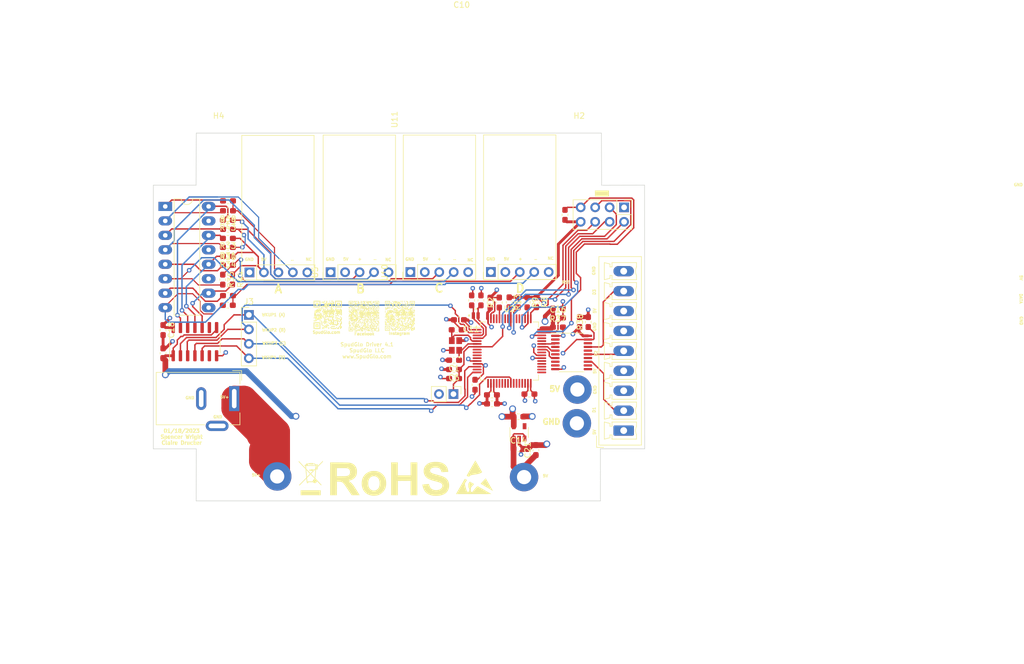
<source format=kicad_pcb>
(kicad_pcb (version 20211014) (generator pcbnew)
  (layers (0 "F.Cu" signal) (1 "In1.Cu" power "GND.Cu") (2 "In2.Cu" power "PWR.Cu") (31 "B.Cu" signal) (34 "B.Paste" user) (35 "F.Paste" user) (36 "B.SilkS" user "B.Silkscreen") (37 "F.SilkS" user "F.Silkscreen") (38 "B.Mask" user) (39 "F.Mask" user) (44 "Edge.Cuts" user))
  (net 0 "")
  (net 1 "GND1")
  (net 2 "Net-(C3-Pad1)")
  (net 3 "Net-(C4-Pad1)")
  (net 4 "+3V3")
  (net 5 "+5V")
  (net 6 "/spudglo_driver_v4p1_micro/BOOT0")
  (net 7 "/spudglo_driver_v4p1_micro/NRST")
  (net 8 "/spudglo_driver_v4p1_micro/SWDIO")
  (net 9 "/spudglo_driver_v4p1_micro/SWCLK")
  (net 10 "/spudglo_driver_v4p1_micro/JTDI")
  (net 11 "/spudglo_driver_v4p1_micro/LVL_EN")
  (net 12 "/spudglo_driver_v4p1_micro/LVL_DIR")
  (net 13 "/spudglo_driver_v4p1_micro/NJTRST")
  (net 14 "/spudglo_driver_v4p1_micro/JTDO")
  (net 16 "/spudglo_driver_v4p1_micro/TIM1_CH3")
  (net 17 "/spudglo_driver_v4p1_micro/TIM1_CH2")
  (net 18 "/spudglo_driver_v4p1_micro/TIM1_CH1")
  (net 24 "/spudglo_driver_v4p1_micro/TIM1_CH1_SHIFT")
  (net 25 "/spudglo_driver_v4p1_micro/TIM1_CH2_SHIFT")
  (net 26 "/OUT_2_P")
  (net 27 "Net-(R29-Pad1)")
  (net 28 "Net-(R30-Pad1)")
  (net 29 "/OUT_3_P")
  (net 30 "/OUT_2_N")
  (net 31 "/INT_1")
  (net 32 "/INT_2")
  (net 33 "/OUT_3_N")
  (net 34 "/spudglo_driver_v4p1_micro/TIM1_CH3_SHIFT")
  (net 54 "/INT_3")
  (net 55 "/OUT_1_P")
  (net 56 "/OUT_1_N")
  (net 57 "/OUT_4_N")
  (net 58 "/OUT_4_P")
  (net 59 "Net-(R41-Pad1)")
  (net 60 "Net-(R42-Pad1)")
  (net 61 "/INT_4")
  (net 62 "Net-(J1-Pad1)")
  (net 63 "WKUP3")
  (net 64 "WKUP4")
  (net 65 "WKUP1")
  (net 66 "WKUP2")
  (net 80 "/spudglo_driver_v4p1_micro/OSC48_HI")
  (net 81 "/spudglo_driver_v4p1_micro/OSC48_LO")
  (footprint "Resistor_SMD:R_0603_1608Metric_Pad1.05x0.95mm_HandSolder" (layer "F.Cu") (at 134.953 89.433 180)
    (fp_text reference "R33")
    (fp_text value "10k")
  )
  (footprint "Resistor_SMD:R_0603_1608Metric_Pad1.05x0.95mm_HandSolder" (layer "F.Cu") (at 134.963 92.583 180)
    (fp_text reference "R34")
    (fp_text value "10k")
  )
  (footprint "Resistor_SMD:R_0603_1608Metric_Pad1.05x0.95mm_HandSolder" (layer "F.Cu") (at 134.05 96.675 -90)
    (fp_text reference "R35")
    (fp_text value "10k")
  )
  (footprint "Package_DIP:DIP-16_W7.62mm_LongPads" (layer "F.Cu") (at 123.952 83.82)
    (fp_text reference "U7" hide)
    (fp_text value "PS2501-4")
  )
  (footprint "Package_SO:SOIC-14_3.9x8.7mm_P1.27mm" (layer "F.Cu") (at 129.159 107.569 90)
    (fp_text reference "U8" hide)
    (fp_text value "TXS0104EDR")
  )
  (footprint "Resistor_SMD:R_0603_1608Metric_Pad1.05x0.95mm_HandSolder" (layer "F.Cu") (at 185.94 100.67 -90)
    (fp_text reference "R10" hide)
    (fp_text value "10k")
  )
  (footprint "Resistor_SMD:R_0603_1608Metric_Pad1.05x0.95mm_HandSolder" (layer "F.Cu") (at 194.16 85.3 90)
    (fp_text reference "R5" hide)
    (fp_text value "10k" hide)
  )
  (footprint "Connector_PinHeader_2.54mm:PinHeader_2x04_P2.54mm_Vertical" (layer "F.Cu") (at 204.5422 83.98 -90)
    (fp_text reference "J18" hide)
    (fp_text value "Conn_01x08_Male")
  )
  (footprint "Package_QFP:LQFP-64_10x10mm_P0.5mm" (layer "F.Cu") (at 184.4025 109.22)
    (fp_text reference "U2")
    (fp_text value "STM32L431RCTx")
  )
  (footprint "Connector_PinHeader_2.54mm:PinHeader_1x02_P2.54mm_Vertical" (layer "F.Cu") (at 174.57 116.78 -90)
    (fp_text reference "SW1" hide)
    (fp_text value "SW_DIP_x01" hide)
  )
  (footprint "Resistor_SMD:R_0603_1608Metric_Pad1.05x0.95mm_HandSolder" (layer "F.Cu") (at 184.37 100.66 -90)
    (fp_text reference "R13")
    (fp_text value "10k")
  )
  (footprint "Resistor_SMD:R_0603_1608Metric_Pad1.05x0.95mm_HandSolder" (layer "F.Cu") (at 134.948 91.003 180)
    (fp_text reference "R31")
    (fp_text value "10k")
  )
  (footprint "Resistor_SMD:R_0603_1608Metric_Pad1.05x0.95mm_HandSolder" (layer "F.Cu") (at 174.684999 114.05)
    (fp_text reference "R3" hide)
    (fp_text value "10k")
  )
  (footprint "Resistor_SMD:R_0603_1608Metric_Pad1.05x0.95mm_HandSolder" (layer "F.Cu") (at 182.62 100.7 90)
    (fp_text reference "R2")
    (fp_text value "10k")
  )
  (footprint "Resistor_SMD:R_0603_1608Metric_Pad1.05x0.95mm_HandSolder" (layer "F.Cu") (at 134.963 94.143)
    (fp_text reference "R30")
    (fp_text value "1k")
  )
  (footprint "Capacitor_SMD:C_0603_1608Metric_Pad1.05x0.95mm_HandSolder" (layer "F.Cu") (at 174.685 110.83 180)
    (fp_text reference "C1")
    (fp_text value "6p")
  )
  (footprint "Capacitor_SMD:C_0603_1608Metric_Pad1.05x0.95mm_HandSolder" (layer "F.Cu") (at 175.135 105.49)
    (fp_text reference "C2" hide)
    (fp_text value "6p")
  )
  (footprint "Capacitor_SMD:C_0603_1608Metric_Pad1.05x0.95mm_HandSolder" (layer "F.Cu") (at 192.927 103.378)
    (fp_text reference "C16")
    (fp_text value "1")
  )
  (footprint "Package_SO:TSSOP-20_4.4x6.5mm_P0.65mm" (layer "F.Cu") (at 195.326 109.474)
    (fp_text reference "U1" hide)
    (fp_text value "SN74HCT245PW")
  )
  (footprint "ECS-:XTAL_ECS-.327-9-1210-TR" (layer "F.Cu") (at 178.488885 102.98969)
    (fp_text reference "U6")
    (fp_text value "ECS-.327-9-1210-TR")
  )
  (footprint "XTAL_ECS-480-8-36-RWN-TR" (layer "F.Cu") (at 174.93 108.24 90)
    (fp_text reference "U4" hide)
    (fp_text value "ECS-480-8-36-RWN-TR")
  )
  (footprint "Resistor_SMD:R_0603_1608Metric_Pad1.05x0.95mm_HandSolder" (layer "F.Cu") (at 192.913 105.029)
    (fp_text reference "R37")
    (fp_text value "10k")
  )
  (footprint "Resistor_SMD:R_0603_1608Metric_Pad1.05x0.95mm_HandSolder" (layer "F.Cu") (at 198.247 104.126 90)
    (fp_text reference "R38")
    (fp_text value "10k")
  )
  (footprint "Capacitor_SMD:C_0603_1608Metric_Pad1.05x0.95mm_HandSolder" (layer "F.Cu") (at 123.571 105.537 -90)
    (fp_text reference "C18")
    (fp_text value "1u")
  )
  (footprint "Package_TO_SOT_SMD:SOT-23-5" (layer "F.Cu") (at 186.11 123.52 90)
    (fp_text reference "U3" hide)
    (fp_text value "LP5907MFX-3.3")
  )
  (footprint "Resistor_SMD:R_0603_1608Metric_Pad1.05x0.95mm_HandSolder" (layer "F.Cu") (at 187.52 100.67 -90)
    (fp_text reference "R9")
    (fp_text value "10k")
  )
  (footprint "Capacitor_SMD:C_0603_1608Metric_Pad1.05x0.95mm_HandSolder" (layer "F.Cu") (at 178.36 115.14 -90)
    (fp_text reference "C9" hide)
    (fp_text value "0.1u")
  )
  (footprint "Resistor_SMD:R_0603_1608Metric_Pad1.05x0.95mm_HandSolder" (layer "F.Cu") (at 189.14 100.65 -90)
    (fp_text reference "R8")
    (fp_text value "10k")
  )
  (footprint "Resistor_SMD:R_0603_1608Metric_Pad1.05x0.95mm_HandSolder" (layer "F.Cu") (at 134.968 87.833)
    (fp_text reference "R29")
    (fp_text value "1k")
  )
  (footprint "Capacitor_SMD:C_0603_1608Metric_Pad1.05x0.95mm_HandSolder" (layer "F.Cu") (at 181.02 100.725 90)
    (fp_text reference "C8" hide)
    (fp_text value "0.1u")
  )
  (footprint "Capacitor_SMD:C_0603_1608Metric_Pad1.05x0.95mm_HandSolder" (layer "F.Cu") (at 174.67 112.46 180)
    (fp_text reference "C6")
    (fp_text value "0.1u")
  )
  (footprint "Capacitor_SMD:C_0603_1608Metric_Pad1.05x0.95mm_HandSolder" (layer "F.Cu") (at 196.723 104.126 90)
    (fp_text reference "C7" hide)
    (fp_text value "0.1u")
  )
  (footprint "Capacitor_SMD:C_0603_1608Metric_Pad1.05x0.95mm_HandSolder" (layer "F.Cu") (at 177.770015 100.318639 90)
    (fp_text reference "C4" hide)
    (fp_text value "8p")
  )
  (footprint "Connector_PinHeader_2.54mm:PinHeader_1x04_P2.54mm_Vertical" (layer "F.Cu") (at 138.64 102.87)
    (fp_text reference "J3")
    (fp_text value "Conn_01x04_Male")
  )
  (footprint "Capacitor_SMD:C_0603_1608Metric_Pad1.05x0.95mm_HandSolder" (layer "F.Cu") (at 179.39636 100.318639 90)
    (fp_text reference "C3" hide)
    (fp_text value "8p")
  )
  (footprint "Capacitor_SMD:C_0603_1608Metric_Pad1.05x0.95mm_HandSolder" (layer "F.Cu") (at 185.975 120.75)
    (fp_text reference "C17" hide)
    (fp_text value "1u")
  )
  (footprint "Capacitor_SMD:C_0603_1608Metric_Pad1.05x0.95mm_HandSolder" (layer "F.Cu") (at 181.33 116.92 180)
    (fp_text reference "C10")
    (fp_text value "0.1u")
  )
  (footprint "Capacitor_SMD:C_0603_1608Metric_Pad1.05x0.95mm_HandSolder" (layer "F.Cu") (at 186 126.37)
    (fp_text reference "C14")
    (fp_text value "1u")
  )
  (footprint "Capacitor_SMD:C_0603_1608Metric_Pad1.05x0.95mm_HandSolder" (layer "F.Cu") (at 175.535 103.73 180)
    (fp_text reference "C11")
    (fp_text value "0.1u")
  )
  (footprint "Capacitor_SMD:C_0603_1608Metric_Pad1.05x0.95mm_HandSolder" (layer "F.Cu") (at 187.915 116.78 180)
    (fp_text reference "C12" hide)
    (fp_text value "0.1u")
  )
  (footprint "Capacitor_SMD:C_0603_1608Metric_Pad1.05x0.95mm_HandSolder" (layer "F.Cu") (at 181.345 118.49 180)
    (fp_text reference "C13" hide)
    (fp_text value "4.7u")
  )
  (footprint "Capacitor_SMD:C_0603_1608Metric_Pad1.05x0.95mm_HandSolder" (layer "F.Cu") (at 192.899 101.727)
    (fp_text reference "C15" hide)
    (fp_text value "0.01u")
  )
  (footprint "Capacitor_SMD:C_0603_1608Metric_Pad1.05x0.95mm_HandSolder" (layer "F.Cu") (at 189.05 126.615 90)
    (fp_text reference "C21")
    (fp_text value "10u")
  )
  (footprint "Connector_BarrelJack:BarrelJack_Wuerth_6941xx301002" (layer "F.Cu") (at 136.065 117.57 -90)
    (fp_text reference "J1" hide)
    (fp_text value "Barrel_Jack_Switch")
  )
  (footprint "Resistor_SMD:R_0603_1608Metric_Pad1.05x0.95mm_HandSolder" (layer "F.Cu") (at 134.971 84.582 180)
    (fp_text reference "R39")
    (fp_text value "10k")
  )
  (footprint "Resistor_SMD:R_0603_1608Metric_Pad1.05x0.95mm_HandSolder" (layer "F.Cu") (at 134.94 101.18 180)
    (fp_text reference "R40" hide)
    (fp_text value "10k")
  )
  (footprint "Resistor_SMD:R_0603_1608Metric_Pad1.05x0.95mm_HandSolder" (layer "F.Cu") (at 134.975 82.84)
    (fp_text reference "R41" hide)
    (fp_text value "1k")
  )
  (footprint "Resistor_SMD:R_0603_1608Metric_Pad1.05x0.95mm_HandSolder" (layer "F.Cu") (at 134.965 99.48)
    (fp_text reference "R42" hide)
    (fp_text value "1k")
  )
  (footprint "Resistor_SMD:R_0603_1608Metric_Pad1.05x0.95mm_HandSolder" (layer "F.Cu") (at 134.943 86.233 180)
    (fp_text reference "R43")
    (fp_text value "10k")
  )
  (footprint "Resistor_SMD:R_0603_1608Metric_Pad1.05x0.95mm_HandSolder" (layer "F.Cu") (at 135.74 96.65 -90)
    (fp_text reference "R44")
    (fp_text value "10k")
  )
  (footprint "Connector_PinHeader_2.54mm:PinHeader_1x05_P2.54mm_Vertical" (layer "F.Cu") (at 181.140706 95.340182 90)
    (fp_text reference "U11")
    (fp_text value "receiver_433MHz")
  )
  (footprint "MountingHole:MountingHole_6.5mm" (layer "F.Cu") (at 196.65464 75.40324)
    (fp_text reference "H2")
    (fp_text value "MountingHole")
  )
  (footprint "MountingHole:MountingHole_6.5mm" (layer "F.Cu") (at 196.65464 131.08944 180)
    (fp_text reference "H3" hide)
    (fp_text value "MountingHole")
  )
  (footprint "MountingHole:MountingHole_6.5mm" (layer "F.Cu") (at 133.33414 75.40324)
    (fp_text reference "H4")
    (fp_text value "MountingHole")
  )
  (footprint "MountingHole:MountingHole_6.5mm" (layer "F.Cu") (at 133.33414 131.09944 -90)
    (fp_text reference "H1" hide)
    (fp_text value "MountingHole")
  )
  (footprint "Connector_PinHeader_2.54mm:PinHeader_1x05_P2.54mm_Vertical" (layer "F.Cu") (at 138.742448 95.402303 90)
    (fp_text reference "U9" hide)
    (fp_text value "receiver_433MHz" hide)
  )
  (footprint "Connector_PinHeader_2.54mm:PinHeader_1x05_P2.54mm_Vertical" (layer "F.Cu") (at 153.001137 95.377384 90)
    (fp_text reference "U5")
    (fp_text value "receiver_433MHz")
  )
  (footprint "Connector_PinHeader_2.54mm:PinHeader_1x05_P2.54mm_Vertical" (layer "F.Cu") (at 166.997713 95.354302 90)
    (fp_text reference "U10")
    (fp_text value "receiver_433MHz")
  )
  (footprint "MountingHole:MountingHole_2.5mm_Pad" (layer "F.Cu") (at 143.61 131.24)
    (fp_text reference "J33" hide)
    (fp_text value "Conn_01x01_Male")
  )
  (footprint "MountingHole:MountingHole_2.5mm_Pad" (layer "F.Cu") (at 186.974 131.358)
    (fp_text reference "J34" hide)
    (fp_text value "Conn_01x01_Male")
  )
  (footprint "LOGO" (layer "F.Cu") (at 158.85 103.09)
    (fp_text reference "G***")
    (fp_text value "LOGO" hide)
  )
  (footprint "MountingHole:MountingHole_2.5mm_Pad" (layer "F.Cu") (at 196.25 121.91)
    (fp_text reference "J7" hide)
    (fp_text value "Conn_01x01_Male")
  )
  (footprint "LOGO" (layer "F.Cu") (at 152.49 102.87)
    (fp_text reference "G***")
    (fp_text value "LOGO" hide)
  )
  (footprint "LOGO" (layer "F.Cu") (at 165.16 103.04)
    (fp_text reference "G***")
    (fp_text value "LOGO" hide)
  )
  (footprint "Capacitor_SMD:C_0603_1608Metric_Pad1.08x0.95mm_HandSolder" (layer "F.Cu") (at 123.571 109.601 90)
    (fp_text reference "C89" hide)
    (fp_text value "1u")
  )
  (footprint "MountingHole:MountingHole_2.5mm_Pad" (layer "F.Cu") (at 196.34 115.98)
    (fp_text reference "J6" hide)
    (fp_text value "Conn_01x01_Male")
  )
  (footprint "Connector_Phoenix_MC:PhoenixContact_MCV_1,5_9-G-3.5_1x09_P3.50mm_Vertical" (layer "F.Cu") (at 204.47 123.19 90)
    (fp_text reference "J13" hide)
    (fp_text value "terminal_custom_9pin")
  )
  (footprint "Symbol:WEEE-Logo_4.2x6mm_SilkScreen" (layer "F.Cu") (at 149.51 131.52)
    (fp_text reference "REF**" hide)
    (fp_text value "WEEE-Logo_4.2x6mm_SilkScreen" hide)
  )
  (footprint "Symbol:ESD-Logo_6.6x6mm_SilkScreen" (layer "F.Cu") (at 178.27 131.38)
    (fp_text reference "REF**" hide)
    (fp_text value "ESD-Logo_6.6x6mm_SilkScreen" hide)
  )
  (footprint "Symbol:RoHS-Logo_6mm_SilkScreen" (layer "F.Cu") (at 163.37 131.66)
    (fp_text reference "REF**" hide)
    (fp_text value "RoHS-Logo_6mm_SilkScreen" hide)
  )
  (gr_line (start 137.391312 96.740917) (end 137.39131 71.340919) (layer "F.SilkS") (width 0.12))
  (gr_line (start 137.39131 71.340919) (end 150.091309 71.340919) (layer "F.SilkS") (width 0.12))
  (gr_line (start 150.091309 71.340919) (end 150.091309 96.740921) (layer "F.SilkS") (width 0.12))
  (gr_line (start 150.091309 96.740921) (end 137.391312 96.740917) (layer "F.SilkS") (width 0.12))
  (gr_line (start 179.860536 71.259706) (end 192.560534 71.259709) (layer "F.SilkS") (width 0.12))
  (gr_line (start 179.860536 96.659708) (end 179.860536 71.259706) (layer "F.SilkS") (width 0.12))
  (gr_line (start 192.560535 96.659708) (end 179.860536 96.659708) (layer "F.SilkS") (width 0.12))
  (gr_line (start 192.560534 71.259709) (end 192.560535 96.659708) (layer "F.SilkS") (width 0.12))
  (gr_line (start 151.69 96.69) (end 151.689999 71.290001) (layer "F.SilkS") (width 0.12))
  (gr_line (start 164.389999 71.290002) (end 164.39 96.690003) (layer "F.SilkS") (width 0.12))
  (gr_line (start 164.39 96.690003) (end 151.69 96.69) (layer "F.SilkS") (width 0.12))
  (gr_line (start 151.689999 71.290001) (end 164.389999 71.290002) (layer "F.SilkS") (width 0.12))
  (gr_line (start 178.460003 96.689999) (end 165.760003 96.689998) (layer "F.SilkS") (width 0.12))
  (gr_line (start 178.460001 71.289999) (end 178.460003 96.689999) (layer "F.SilkS") (width 0.12))
  (gr_line (start 165.760003 96.689998) (end 165.76 71.29) (layer "F.SilkS") (width 0.12))
  (gr_line (start 178.460001 71.289999) (end 165.759999 71.289997) (layer "F.SilkS") (width 0.12))
  (gr_poly (pts (xy 201.8068 81.0648) (xy 201.8068 81.0902) (xy 201.8322 81.0648) (xy 201.8322 82.03) (xy 199.47 82.03) (xy 199.47 81.0648)) (layer "F.SilkS") (width 0.1) (fill solid))
  (gr_line locked (start 200.6 80.1) (end 208.1351 80.08078) (layer "Edge.Cuts") (width 0.1))
  (gr_line locked (start 200.5552 70.9378) (end 200.6 80.1) (layer "Edge.Cuts") (width 0.1))
  (gr_line locked (start 129.3654 80.0862) (end 129.4 70.94) (layer "Edge.Cuts") (width 0.1))
  (gr_line locked (start 200.3831 126.39) (end 208.163 126.39) (layer "Edge.Cuts") (width 0.1))
  (gr_line locked (start 200.3831 126.39) (end 200.3831 135.54) (layer "Edge.Cuts") (width 0.1))
  (gr_line locked (start 121.85 126.39922) (end 129.4 126.4) (layer "Edge.Cuts") (width 0.1))
  (gr_line locked (start 129.3857 135.54) (end 129.4 126.4) (layer "Edge.Cuts") (width 0.1))
  (gr_line locked (start 121.85 80.09) (end 129.3654 80.0862) (layer "Edge.Cuts") (width 0.1))
  (gr_line locked (start 200.3831 135.54) (end 129.3857 135.54) (layer "Edge.Cuts") (width 0.1))
  (gr_line locked (start 208.1351 80.08078) (end 208.163 126.39) (layer "Edge.Cuts") (width 0.1))
  (gr_line locked (start 121.85 126.39922) (end 121.85 80.09) (layer "Edge.Cuts") (width 0.1))
  (gr_line locked (start 129.4 70.94) (end 200.5552 70.9378) (layer "Edge.Cuts") (width 0.1))
  (gr_text "GND" (at 273.784 80.013001) (layer "F.SilkS") (effects (font (size 0.5 0.5) (thickness 0.125))))
  (gr_text "GND" (at 274.294 103.902002 270) (layer "F.SilkS") (effects (font (size 0.5 0.5) (thickness 0.125))))
  (gr_text "5V" (at 274.277 96.351001 270) (layer "F.SilkS") (effects (font (size 0.5 0.5) (thickness 0.125))))
  (gr_text "DATA" (at 274.234 100.010001 270) (layer "F.SilkS") (effects (font (size 0.5 0.5) (thickness 0.125))))
  (gr_text "RST" (at 194.31 97.155) (layer "F.SilkS") (effects (font (size 0.5 0.5) (thickness 0.125))))
  (gr_text "GND" (at 199.23 95.11 90) (layer "F.SilkS") (effects (font (size 0.5 0.5) (thickness 0.125))))
  (gr_text "SpudGlo Driver 4.1\nSpudGlo LLC\nwww.SpudGlo.com" (at 159.38 109.12) (layer "F.SilkS") (effects (font (size 0.65 0.65) (thickness 0.125))))
  (gr_text "WKUP4 (D)" (at 142.97 110.34) (layer "F.SilkS") (effects (font (size 0.5 0.5) (thickness 0.125))))
  (gr_text "5V" (at 190.73 131.15) (layer "F.SilkS") (effects (font (size 0.5 0.5) (thickness 0.125))))
  (gr_text "5V" (at 141.262699 93.129998) (layer "F.SilkS") (effects (font (size 0.5 0.5) (thickness 0.125))))
  (gr_text "NC" (at 149.145144 93.114318) (layer "F.SilkS") (effects (font (size 0.5 0.5) (thickness 0.125))))
  (gr_text "+" (at 144.037901 93.263198 180) (layer "F.SilkS") (effects (font (size 0.5 0.5) (thickness 0.125))))
  (gr_text "GND" (at 138.71 93.13) (layer "F.SilkS") (effects (font (size 0.5 0.5) (thickness 0.125))))
  (gr_text "-" (at 146.266144 93.317318 180) (layer "F.SilkS") (effects (font (size 0.5 0.5) (thickness 0.125))))
  (gr_text "NC" (at 177.547209 93.214904) (layer "F.SilkS") (effects (font (size 0.5 0.5) (thickness 0.125))))
  (gr_text "+" (at 172.098909 93.062504) (layer "F.SilkS") (effects (font (size 0.5 0.5) (thickness 0.125))))
  (gr_text "-" (at 174.77861 93.202203 180) (layer "F.SilkS") (effects (font (size 0.5 0.5) (thickness 0.125))))
  (gr_text "GND" (at 166.898007 93.094403) (layer "F.SilkS") (effects (font (size 0.5 0.5) (thickness 0.125))))
  (gr_text "5V" (at 169.647808 93.075205) (layer "F.SilkS") (effects (font (size 0.5 0.5) (thickness 0.125))))
  (gr_text "-" (at 189.010603 93.177801 180) (layer "F.SilkS") (effects (font (size 0.5 0.5) (thickness 0.125))))
  (gr_text "5V" (at 183.879801 93.050803) (layer "F.SilkS") (effects (font (size 0.5 0.5) (thickness 0.125))))
  (gr_text "GND" (at 181.13 93.07) (layer "F.SilkS") (effects (font (size 0.5 0.5) (thickness 0.125))))
  (gr_text "+" (at 186.330902 93.038102) (layer "F.SilkS") (effects (font (size 0.5 0.5) (thickness 0.125))))
  (gr_text "NC" (at 191.640706 92.940182) (layer "F.SilkS") (effects (font (size 0.5 0.5) (thickness 0.125))))
  (gr_text "GND" (at 133.169706 120.792182) (layer "F.SilkS") (effects (font (size 0.5 0.5) (thickness 0.125))))
  (gr_text "5V" (at 199.38 102.14 90) (layer "F.SilkS") (effects (font (size 0.5 0.5) (thickness 0.125))))
  (gr_text "GND" (at 199.37 104.96 90) (layer "F.SilkS") (effects (font (size 0.5 0.5) (thickness 0.125))))
  (gr_text "Instagram" (at 165.07 106.11) (layer "F.SilkS") (effects (font (size 0.5 0.5) (thickness 0.125))))
  (gr_text "5V" (at 199.4 112.75 90) (layer "F.SilkS") (effects (font (size 0.5 0.5) (thickness 0.125))))
  (gr_text "WKUP3 (C)" (at 140.93 107.85) (layer "F.SilkS") (effects (font (size 0.5 0.5) (thickness 0.125)) (justify left)))
  (gr_text "GND" (at 152.913894 93.098614) (layer "F.SilkS") (effects (font (size 0.5 0.5) (thickness 0.125))))
  (gr_text "D3" (at 199.31 98.87 90) (layer "F.SilkS") (effects (font (size 0.5 0.5) (thickness 0.125))))
  (gr_text "D1" (at 199.28 119.55 90) (layer "F.SilkS") (effects (font (size 0.5 0.5) (thickness 0.125))))
  (gr_text "-" (at 160.794497 93.206415 180) (layer "F.SilkS") (effects (font (size 0.5 0.5) (thickness 0.125))))
  (gr_text "5V" (at 155.663695 93.079417) (layer "F.SilkS") (effects (font (size 0.5 0.5) (thickness 0.125))))
  (gr_text "D2" (at 199.61 109.64 90) (layer "F.SilkS") (effects (font (size 0.5 0.5) (thickness 0.125))))
  (gr_text "+" (at 158.114796 93.066716) (layer "F.SilkS") (effects (font (size 0.5 0.5) (thickness 0.125))))
  (gr_text "WKUP1 (A)" (at 140.86 102.85) (layer "F.SilkS") (effects (font (size 0.5 0.5) (thickness 0.125)) (justify left)))
  (gr_text "GND" (at 128.28 117.44) (layer "F.SilkS") (effects (font (size 0.5 0.5) (thickness 0.125))))
  (gr_text "01/18/2023\nSpencer Wright\nClaire Drucker\n" (at 126.82 124.29) (layer "F.SilkS") (effects (font (size 0.65 0.65) (thickness 0.1625))))
  (gr_text "C" (at 172.04 98.16) (layer "F.SilkS") (effects (font (size 1.5 1.5) (thickness 0.3))))
  (gr_text "SpudGlo.com" (at 152.27 105.92) (layer "F.SilkS") (effects (font (size 0.5 0.5) (thickness 0.125))))
  (gr_text "D" (at 186.27 98.21) (layer "F.SilkS") (effects (font (size 1.5 1.5) (thickness 0.3))))
  (gr_text "5V" (at 199.33 123.45 90) (layer "F.SilkS") (effects (font (size 0.5 0.5) (thickness 0.125))))
  (gr_text "5V" (at 192.36 115.87) (layer "F.SilkS") (effects (font (size 1 1) (thickness 0.25))))
  (gr_text "GND" (at 199.44 116.03 90) (layer "F.SilkS") (effects (font (size 0.5 0.5) (thickness 0.125))))
  (gr_text "5V+" (at 139.93 131) (layer "F.SilkS") (effects (font (size 0.5 0.5) (thickness 0.125))))
  (gr_text "NC" (at 163.1246 93.168796) (layer "F.SilkS") (effects (font (size 0.5 0.5) (thickness 0.125))))
  (gr_text "Facebook" (at 158.93 106.2) (layer "F.SilkS") (effects (font (size 0.5 0.5) (thickness 0.125))))
  (gr_text "WKUP2 (B)" (at 140.88 105.53) (layer "F.SilkS") (effects (font (size 0.5 0.5) (thickness 0.125)) (justify left)))
  (gr_text "A" (at 143.81 98.3) (layer "F.SilkS") (effects (font (size 1.5 1.5) (thickness 0.3))))
  (gr_text "B" (at 158.25 98.27) (layer "F.SilkS") (effects (font (size 1.5 1.5) (thickness 0.3))))
  (gr_text "5V+" (at 134.36 117.31) (layer "F.SilkS") (effects (font (size 0.5 0.5) (thickness 0.125))))
  (gr_text "GND" (at 191.78 121.63) (layer "F.SilkS") (effects (font (size 1 1) (thickness 0.25))))
  (segment (start 190.77 125.74) (end 190.97 125.54) (width 1) (layer "F.Cu") (net 1))
  (segment (start 174.66 103.73) (end 173.41 103.73) (width 0.5) (layer "F.Cu") (net 1))
  (segment (start 179.14 118.42) (end 180.4 118.42) (width 0.5) (layer "F.Cu") (net 1))
  (segment (start 193.651 112.399) (end 193.96 112.09) (width 0.25) (layer "F.Cu") (net 1))
  (segment (start 180.4 118.42) (end 180.47 118.49) (width 0.5) (layer "F.Cu") (net 1))
  (segment (start 182.19 98.68) (end 181.02 99.85) (width 0.5) (layer "F.Cu") (net 1))
  (segment (start 186.11 125.605) (end 186.875 126.37) (width 0.5) (layer "F.Cu") (net 1))
  (segment (start 181.1525 114.895) (end 181.1525 116.2225) (width 0.25) (layer "F.Cu") (net 1))
  (segment (start 173.795 112.46) (end 172.61 112.46) (width 0.5) (layer "F.Cu") (net 1))
  (segment (start 187.04 116.78) (end 187.6525 116.1675) (width 0.25) (layer "F.Cu") (net 1))
  (segment (start 174.66 104.14) (end 174.66 103.73) (width 0.25) (layer "F.Cu") (net 1))
  (segment (start 178.7275 110.97) (end 177.54 110.97) (width 0.25) (layer "F.Cu") (net 1))
  (segment (start 179.46 99.38) (end 179.46 98.174292) (width 0.25) (layer "F.Cu") (net 1))
  (segment (start 180.47 116.935) (end 180.455 116.92) (width 0.5) (layer "F.Cu") (net 1))
  (segment (start 192.417495 105.97) (end 192.938 105.449495) (width 0.25) (layer "F.Cu") (net 1))
  (segment (start 189.05 125.74) (end 188.3 125.74) (width 1) (layer "F.Cu") (net 1))
  (segment (start 181.045 99.825) (end 181.02 99.85) (width 0.25) (layer "F.Cu") (net 1))
  (segment (start 181.554999 102.445) (end 181.82 102.179999) (width 0.25) (layer "F.Cu") (net 1))
  (segment (start 134.006 110.044) (end 134.58 109.47) (width 0.25) (layer "F.Cu") (net 1))
  (segment (start 186.43 126.815) (end 186.43 127.38) (width 0.5) (layer "F.Cu") (net 1))
  (segment (start 198.247 103.251) (end 196.723 103.251) (width 0.75) (layer "F.Cu") (net 1))
  (segment (start 186.11 124.62) (end 186.11 125.605) (width 0.5) (layer "F.Cu") (net 1))
  (segment (start 190.0775 105.97) (end 192.417495 105.97) (width 0.25) (layer "F.Cu") (net 1))
  (segment (start 179.39636 99.44364) (end 179.46 99.38) (width 0.25) (layer "F.Cu") (net 1))
  (segment (start 181.1525 102.704315) (end 181.411815 102.445) (width 0.25) (layer "F.Cu") (net 1))
  (segment (start 177.960934 99.252721) (end 177.960934 98.188435) (width 0.25) (layer "F.Cu") (net 1))
  (segment (start 181.1525 116.2225) (end 180.455 116.92) (width 0.25) (layer "F.Cu") (net 1))
  (segment (start 187.04 117.84) (end 187.09 117.89) (width 0.25) (layer "F.Cu") (net 1))
  (segment (start 193.774 101.727) (end 193.774 100.516) (width 0.25) (layer "F.Cu") (net 1))
  (segment (start 182.62 99.825) (end 181.045 99.825) (width 0.25) (layer "F.Cu") (net 1))
  (segment (start 174.28 109.09) (end 172.8 109.09) (width 0.25) (layer "F.Cu") (net 1))
  (segment (start 178.36 116.68) (end 177.83 117.21) (width 0.25) (layer "F.Cu") (net 1))
  (segment (start 177.54 110.97) (end 177.17 110.6) (width 0.25) (layer "F.Cu") (net 1))
  (segment (start 186.875 126.37) (end 186.43 126.815) (width 0.5) (layer "F.Cu") (net 1))
  (segment (start 181.82 102.179999) (end 181.82 100.65) (width 0.25) (layer "F.Cu") (net 1))
  (segment (start 177.770015 99.44364) (end 177.960934 99.252721) (width 0.25) (layer "F.Cu") (net 1))
  (segment (start 193.802 101.755) (end 193.774 101.727) (width 0.25) (layer "F.Cu") (net 1))
  (segment (start 175.58 107.39) (end 176.62 107.39) (width 0.5) (layer "F.Cu") (net 1))
  (segment (start 180.47 118.49) (end 180.47 116.935) (width 0.5) (layer "F.Cu") (net 1))
  (segment (start 193.802 103.378) (end 193.802 101.755) (width 0.25) (layer "F.Cu") (net 1))
  (segment (start 173.81 110.83) (end 172.7 110.83) (width 0.5) (layer "F.Cu") (net 1))
  (segment (start 178.36 116.015) (end 178.36 116.68) (width 0.25) (layer "F.Cu") (net 1))
  (segment (start 187.04 116.78) (end 187.04 117.84) (width 0.25) (layer "F.Cu") (net 1))
  (segment (start 192.4635 112.399) (end 193.651 112.399) (width 0.25) (layer "F.Cu") (net 1))
  (segment (start 176.62 107.39) (end 176.84 107.17) (width 0.5) (layer "F.Cu") (net 1))
  (segment (start 123.571 108.7385) (end 124.0015 108.7385) (width 0.5) (layer "F.Cu") (net 1))
  (segment (start 186.85 120.75) (end 186.9 120.7) (width 1) (layer "F.Cu") (net 1))
  (segment (start 172.7 110.83) (end 172.64 110.77) (width 0.5) (layer "F.Cu") (net 1))
  (segment (start 198.247 101.967) (end 198.24 101.96) (width 0.5) (layer "F.Cu") (net 1))
  (segment (start 181.411815 102.445) (end 181.554999 102.445) (width 0.25) (layer "F.Cu") (net 1))
  (segment (start 132.969 110.044) (end 134.006 110.044) (width 0.25) (layer "F.Cu") (net 1))
  (segment (start 172.61 112.46) (end 172.48 112.33) (width 0.5) (layer "F.Cu") (net 1))
  (segment (start 181.82 100.65) (end 181.02 99.85) (width 0.25) (layer "F.Cu") (net 1))
  (segment (start 192.938 104.242) (end 193.802 103.378) (width 0.25) (layer "F.Cu") (net 1))
  (segment (start 176.01 105.49) (end 174.66 104.14) (width 0.25) (layer "F.Cu") (net 1))
  (segment (start 186.9 120.7) (end 188.4 120.7) (width 1) (layer "F.Cu") (net 1))
  (segment (start 193.774 100.516) (end 193.79 100.5) (width 0.25) (layer "F.Cu") (net 1))
  (segment (start 198.247 103.251) (end 198.247 101.967) (width 0.5) (layer "F.Cu") (net 1))
  (segment (start 181.1525 103.545) (end 181.1525 102.704315) (width 0.25) (layer "F.Cu") (net 1))
  (segment (start 186.945 126.44) (end 186.875 126.37) (width 1) (layer "F.Cu") (net 1))
  (segment (start 187.6 126.44) (end 186.945 126.44) (width 1) (layer "F.Cu") (net 1))
  (segment (start 123.571 108.7385) (end 123.571 106.412) (width 0.5) (layer "F.Cu") (net 1))
  (segment (start 182.19 98.46) (end 182.19 98.68) (width 0.5) (layer "F.Cu") (net 1))
  (segment (start 187.6525 116.1675) (end 187.6525 114.895) (width 0.25) (layer "F.Cu") (net 1))
  (segment (start 188.3 125.74) (end 187.6 126.44) (width 1) (layer "F.Cu") (net 1))
  (segment (start 187.09 117.89) (end 187.13 117.93) (width 0.25) (layer "F.Cu") (net 1))
  (segment (start 189.05 125.74) (end 190.77 125.74) (width 1) (layer "F.Cu") (net 1))
  (segment (start 124.0015 108.7385) (end 125.23 107.51) (width 0.5) (layer "F.Cu") (net 1))
  (segment (start 192.938 105.449495) (end 192.938 104.242) (width 0.25) (layer "F.Cu") (net 1))
  (segment (start 173.41 103.73) (end 173.31 103.63) (width 0.5) (layer "F.Cu") (net 1))
  (via (at 172.8 109.09) (size 0.8) (drill 0.4) (layers "F.Cu" "B.Cu") (net 1))
  (via (at 176.84 107.17) (size 0.8) (drill 0.4) (layers "F.Cu" "B.Cu") (net 1))
  (via (at 172.48 112.33) (size 0.8) (drill 0.4) (layers "F.Cu" "B.Cu") (net 1))
  (via (at 179.46 98.174292) (size 0.8) (drill 0.4) (layers "F.Cu" "B.Cu") (net 1))
  (via (at 173.31 103.63) (size 0.8) (drill 0.4) (layers "F.Cu" "B.Cu") (net 1))
  (via (at 179.14 118.42) (size 0.8) (drill 0.4) (layers "F.Cu" "B.Cu") (net 1))
  (via (at 193.79 100.5) (size 0.8) (drill 0.4) (layers "F.Cu" "B.Cu") (net 1))
  (via (at 186.43 127.38) (size 0.8) (drill 0.4) (layers "F.Cu" "B.Cu") (net 1))
  (via (at 177.17 110.6) (size 0.8) (drill 0.4) (layers "F.Cu" "B.Cu") (net 1))
  (via (at 198.24 101.96) (size 0.8) (drill 0.4) (layers "F.Cu" "B.Cu") (net 1))
  (via (at 125.23 107.51) (size 0.8) (drill 0.4) (layers "F.Cu" "B.Cu") (net 1))
  (via (at 193.96 112.09) (size 0.8) (drill 0.4) (layers "F.Cu" "B.Cu") (net 1))
  (via (at 177.83 117.21) (size 0.8) (drill 0.4) (layers "F.Cu" "B.Cu") (net 1))
  (via (at 187.13 117.93) (size 0.8) (drill 0.4) (layers "F.Cu" "B.Cu") (net 1))
  (via (at 190.97 125.54) (size 1.2) (drill 0.8) (layers "F.Cu" "B.Cu") (net 1))
  (via (at 134.58 109.47) (size 0.8) (drill 0.4) (layers "F.Cu" "B.Cu") (net 1))
  (via (at 188.4 120.7) (size 1.2) (drill 0.8) (layers "F.Cu" "B.Cu") (net 1))
  (via (at 182.19 98.46) (size 0.8) (drill 0.4) (layers "F.Cu" "B.Cu") (net 1))
  (via (at 177.960934 98.188435) (size 0.8) (drill 0.4) (layers "F.Cu" "B.Cu") (net 1))
  (via (at 172.64 110.77) (size 0.8) (drill 0.4) (layers "F.Cu" "B.Cu") (net 1))
  (segment (start 178.858959 101.73104) (end 179.39636 101.193638) (width 0.25) (layer "F.Cu") (net 2))
  (segment (start 178.7275 106.97) (end 179.704581 106.97) (width 0.25) (layer "F.Cu") (net 2))
  (segment (start 179.704581 106.97) (end 180.2775 106.397081) (width 0.25) (layer "F.Cu") (net 2))
  (segment (start 178.901386 102.98969) (end 178.901386 101.872461) (width 0.25) (layer "F.Cu") (net 2))
  (segment (start 178.901385 103.661385) (end 178.901385 102.98969) (width 0.25) (layer "F.Cu") (net 2))
  (segment (start 178.858959 101.830034) (end 178.858959 101.73104) (width 0.25) (layer "F.Cu") (net 2))
  (segment (start 178.901386 101.872461) (end 178.858959 101.830034) (width 0.25) (layer "F.Cu") (net 2))
  (segment (start 180.2775 105.0375) (end 178.901385 103.661385) (width 0.25) (layer "F.Cu") (net 2))
  (segment (start 180.2775 106.397081) (end 180.2775 105.0375) (width 0.25) (layer "F.Cu") (net 2))
  (segment (start 178.076385 103.501075) (end 178.076385 102.98969) (width 0.25) (layer "F.Cu") (net 3))
  (segment (start 177.770015 101.193638) (end 178.076384 101.500008) (width 0.25) (layer "F.Cu") (net 3))
  (segment (start 179.8275 106.210685) (end 179.8275 105.229315) (width 0.25) (layer "F.Cu") (net 3))
  (segment (start 178.076384 101.500008) (end 178.076384 102.98969) (width 0.25) (layer "F.Cu") (net 3))
  (segment (start 179.8275 105.229315) (end 179.593185 104.995) (width 0.25) (layer "F.Cu") (net 3))
  (segment (start 178.7275 106.47) (end 179.568185 106.47) (width 0.25) (layer "F.Cu") (net 3))
  (segment (start 179.568185 106.47) (end 179.8275 106.210685) (width 0.25) (layer "F.Cu") (net 3))
  (segment (start 179.593185 104.995) (end 179.593185 104.989581) (width 0.25) (layer "F.Cu") (net 3))
  (segment (start 178.488294 103.88469) (end 178.46 103.88469) (width 0.25) (layer "F.Cu") (net 3))
  (segment (start 178.46 103.88469) (end 178.076385 103.501075) (width 0.25) (layer "F.Cu") (net 3))
  (segment (start 179.593185 104.989581) (end 178.488294 103.88469) (width 0.25) (layer "F.Cu") (net 3))
  (segment (start 126.704875 106.654875) (end 126.07 107.289751) (width 0.25) (layer "F.Cu") (net 4))
  (segment (start 185.1 120.75) (end 183.1 120.75) (width 1) (layer "F.Cu") (net 4))
  (segment (start 192.052 103.378) (end 192.052 101.755) (width 0.75) (layer "F.Cu") (net 4))
  (segment (start 191.822 105.245) (end 190.0775 105.245) (width 0.75) (layer "F.Cu") (net 4))
  (segment (start 180.6525 104.3925) (end 181.265 105.005) (width 0.25) (layer "F.Cu") (net 4))
  (segment (start 193 95.915) (end 193 90.4422) (width 0.5) (layer "F.Cu") (net 4))
  (segment (start 180.5525 103.445) (end 180.5525 103.545) (width 0.5) (layer "F.Cu") (net 4))
  (segment (start 123.9905 110.044) (end 123.571 110.4635) (width 0.5) (layer "F.Cu") (net 4))
  (segment (start 125.349 108.701) (end 125.349 110.044) (width 0.25) (layer "F.Cu") (net 4))
  (segment (start 177.05 103.73) (end 176.41 103.73) (width 0.5) (layer "F.Cu") (net 4))
  (segment (start 188.1275 116.1175) (end 188.1275 115.12) (width 0.25) (layer "F.Cu") (net 4))
  (segment (start 182.22 116.935) (end 182.205 116.92) (width 0.5) (layer "F.Cu") (net 4))
  (segment (start 183.1 120.75) (end 183.09 120.74) (width 1) (layer "F.Cu") (net 4))
  (segment (start 172.295 113.795) (end 172.28 113.78) (width 0.25) (layer "F.Cu") (net 4))
  (segment (start 184.37 99.785) (end 185.93 99.785) (width 0.5) (layer "F.Cu") (net 4))
  (segment (start 181.6525 114.895) (end 181.6525 116.3675) (width 0.25) (layer "F.Cu") (net 4))
  (segment (start 187.54 99.775) (end 187.52 99.795) (width 0.5) (layer "F.Cu") (net 4))
  (segment (start 192.038 105.029) (end 192.038 103.392) (width 0.75) (layer "F.Cu") (net 4))
  (segment (start 125.349 110.044) (end 123.9905 110.044) (width 0.5) (layer "F.Cu") (net 4))
  (segment (start 178.7275 105.47) (end 177.46 105.47) (width 0.25) (layer "F.Cu") (net 4))
  (segment (start 179.8275 111.729315) (end 179.568185 111.47) (width 0.25) (layer "F.Cu") (net 4))
  (segment (start 123.97 113.39) (end 123.97 110.8625) (width 1) (layer "F.Cu") (net 4))
  (segment (start 126.07 107.289751) (end 126.07 107.98) (width 0.25) (layer "F.Cu") (net 4))
  (segment (start 189.14 99.775) (end 187.54 99.775) (width 0.5) (layer "F.Cu") (net 4))
  (segment (start 180.6525 103.545) (end 180.6525 104.3925) (width 0.25) (layer "F.Cu") (net 4))
  (segment (start 181.6525 116.3675) (end 182.205 116.92) (width 0.25) (layer "F.Cu") (net 4))
  (segment (start 187.52 99.795) (end 185.94 99.795) (width 0.5) (layer "F.Cu") (net 4))
  (segment (start 177.53 104.21) (end 177.05 103.73) (width 0.5) (layer "F.Cu") (net 4))
  (segment (start 192.038 105.029) (end 191.822 105.245) (width 0.75) (layer "F.Cu") (net 4))
  (segment (start 178.36 114.265) (end 178.773185 114.265) (width 0.25) (layer "F.Cu") (net 4))
  (segment (start 177.43 105.5) (end 177.33 105.4) (width 0.25) (layer "F.Cu") (net 4))
  (segment (start 177.66 104.21) (end 177.53 104.21) (width 0.5) (layer "F.Cu") (net 4))
  (segment (start 132.969 105.094) (end 132.969 105.470751) (width 0.25) (layer "F.Cu") (net 4))
  (segment (start 177.33 104.853109) (end 176.41 103.933109) (width 0.25) (layer "F.Cu") (net 4))
  (segment (start 181.02 102.023642) (end 180.5775 102.466142) (width 0.5) (layer "F.Cu") (net 4))
  (segment (start 176.41 103.933109) (end 176.41 103.73) (width 0.25) (layer "F.Cu") (net 4))
  (segment (start 184.96 120.61) (end 184.96 119.37) (width 1) (layer "F.Cu") (net 4))
  (segment (start 189.465 99.775) (end 190.46 100.77) (width 0.5) (layer "F.Cu") (net 4))
  (segment (start 185.16 120.81) (end 185.1 120.75) (width 1) (layer "F.Cu") (net 4))
  (segment (start 183.55 118.45) (end 182.26 118.45) (width 0.5) (layer "F.Cu") (net 4))
  (segment (start 196.9222 86.52) (end 194.505 86.52) (width 0.5) (layer "F.Cu") (net 4))
  (segment (start 192.038 103.392) (end 192.052 103.378) (width 0.75) (layer "F.Cu") (net 4))
  (segment (start 127.003125 106.654875) (end 127.264 106.394) (width 0.25) (layer "F.Cu") (net 4))
  (segment (start 123.97 110.8625) (end 123.571 110.4635) (width 1) (layer "F.Cu") (net 4))
  (segment (start 172.55 114.05) (end 172.295 113.795) (width 0.25) (layer "F.Cu") (net 4))
  (segment (start 179.8275 113.210685) (end 179.8275 111.729315) (width 0.25) (layer "F.Cu") (net 4))
  (segment (start 132.969 105.470751) (end 132.045751 106.394) (width 0.25) (layer "F.Cu") (net 4))
  (segment (start 177.46 105.47) (end 177.43 105.5) (width 0.25) (layer "F.Cu") (net 4))
  (segment (start 179.568185 111.47) (end 178.7275 111.47) (width 0.25) (layer "F.Cu") (net 4))
  (segment (start 185.16 122.42) (end 185.16 120.81) (width 1) (layer "F.Cu") (net 4))
  (segment (start 193 90.4422) (end 196.9222 86.52) (width 0.5) (layer "F.Cu") (net 4))
  (segment (start 188.79 116.78) (end 188.79 117.88) (width 0.25) (layer "F.Cu") (net 4))
  (segment (start 132.045751 106.394) (end 127.264 106.394) (width 0.25) (layer "F.Cu") (net 4))
  (segment (start 189.14 99.775) (end 193 95.915) (width 0.5) (layer "F.Cu") (net 4))
  (segment (start 182.22 118.49) (end 182.22 116.935) (width 0.5) (layer "F.Cu") (net 4))
  (segment (start 192.052 101.755) (end 192.024 101.727) (width 0.75) (layer "F.Cu") (net 4))
  (segment (start 177.33 105.4) (end 177.33 104.853109) (width 0.25) (layer "F.Cu") (net 4))
  (segment (start 178.773185 114.265) (end 179.8275 113.210685) (width 0.25) (layer "F.Cu") (net 4))
  (segment (start 188.79 116.78) (end 188.1275 116.1175) (width 0.25) (layer "F.Cu") (net 4))
  (segment (start 173.809999 114.05) (end 172.55 114.05) (width 0.25) (layer "F.Cu") (net 4))
  (segment (start 190.66 104.02) (end 190.66 103.091) (width 0.75) (layer "F.Cu") (net 4))
  (segment (start 181.02 101.6) (end 181.02 102.023642) (width 0.5) (layer "F.Cu") (net 4))
  (segment (start 179.8275 111.729315) (end 180.210685 111.729315) (width 0.25) (layer "F.Cu") (net 4))
  (segment (start 126.07 107.98) (end 125.349 108.701) (width 0.25) (layer "F.Cu") (net 4))
  (segment (start 188.79 117.88) (end 188.93 118.02) (width 0.25) (layer "F.Cu") (net 4))
  (segment (start 182.26 118.45) (end 182.22 118.49) (width 0.5) (layer "F.Cu") (net 4))
  (segment (start 126.704875 106.654875) (end 127.003125 106.654875) (width 0.25) (layer "F.Cu") (net 4))
  (segment (start 194.505 86.52) (end 194.16 86.175) (width 0.5) (layer "F.Cu") (net 4))
  (segment (start 185.93 99.785) (end 185.94 99.795) (width 0.5) (layer "F.Cu") (net 4))
  (segment (start 190.66 103.091) (end 192.024 101.727) (width 0.75) (layer "F.Cu") (net 4))
  (segment (start 185.1 120.75) (end 184.96 120.61) (width 1) (layer "F.Cu") (net 4))
  (segment (start 189.14 99.775) (end 189.465 99.775) (width 0.5) (layer "F.Cu") (net 4))
  (segment (start 180.5525 102.627538) (end 180.5525 103.445) (width 0.5) (layer "F.Cu") (net 4))
  (via (at 184.96 119.37) (size 1.2) (drill 0.8) (layers "F.Cu" "B.Cu") (net 4))
  (via (at 190.66 104.02) (size 1.2) (drill 0.8) (layers "F.Cu" "B.Cu") (net 4))
  (via (at 183.09 120.74) (size 1.2) (drill 0.8) (layers "F.Cu" "B.Cu") (net 4))
  (via (at 180.210685 111.729315) (size 0.8) (drill 0.4) (layers "F.Cu" "B.Cu") (net 4))
  (via (at 181.265 105.005) (size 0.8) (drill 0.4) (layers "F.Cu" "B.Cu") (net 4))
  (via (at 188.93 118.02) (size 0.8) (drill 0.4) (layers "F.Cu" "B.Cu") (net 4))
  (via (at 177.66 104.21) (size 0.8) (drill 0.4) (layers "F.Cu" "B.Cu") (net 4))
  (via (at 146.9 120.67) (size 1.2) (drill 0.8) (layers "F.Cu" "B.Cu") (net 4))
  (via (at 123.97 113.39) (size 1.2) (drill 0.8) (layers "F.Cu" "B.Cu") (net 4))
  (via (at 183.55 118.45) (size 0.8) (drill 0.4) (layers "F.Cu" "B.Cu") (net 4))
  (via (at 172.28 113.78) (size 0.8) (drill 0.4) (layers "F.Cu" "B.Cu") (net 4))
  (via (at 190.46 100.77) (size 0.8) (drill 0.4) (layers "F.Cu" "B.Cu") (net 4))
  (segment (start 146.9 120.67) (end 146.13 120.67) (width 1) (layer "B.Cu") (net 4))
  (segment (start 146.13 120.67) (end 138.2 112.74) (width 1) (layer "B.Cu") (net 4))
  (segment (start 138.2 112.74) (end 124.62 112.74) (width 1) (layer "B.Cu") (net 4))
  (segment (start 124.62 112.74) (end 123.97 113.39) (width 1) (layer "B.Cu") (net 4))
  (segment (start 137.073 89.433) (end 135.828 89.433) (width 0.25) (layer "F.Cu") (net 5))
  (segment (start 139.55 91.91) (end 140.29 92.65) (width 0.25) (layer "F.Cu") (net 5))
  (segment (start 196.6 105.124) (end 196.723 105.001) (width 0.5) (layer "F.Cu") (net 5))
  (segment (start 137.287697 94.227303) (end 135.74 95.775) (width 0.25) (layer "F.Cu") (net 5))
  (segment (start 135.838 92.583) (end 136.007 92.583) (width 0.25) (layer "F.Cu") (net 5))
  (segment (start 185.125 126.37) (end 185.125 129.509) (width 1) (layer "F.Cu") (net 5))
  (segment (start 137.153 86.233) (end 137.45 86.53) (width 0.25) (layer "F.Cu") (net 5))
  (segment (start 197.339 106.549) (end 196.6 105.81) (width 0.5) (layer "F.Cu") (net 5))
  (segment (start 185.125 126.37) (end 185.085 126.33) (width 1) (layer "F.Cu") (net 5))
  (segment (start 187.06 124.62) (end 187.06 124.065) (width 0.25) (layer "F.Cu") (net 5))
  (segment (start 186.76 123.765) (end 185.235 123.765) (width 0.25) (layer "F.Cu") (net 5))
  (segment (start 135.818 86.233) (end 137.153 86.233) (width 0.25) (layer "F.Cu") (net 5))
  (segment (start 124.77 103.463) (end 123.571 104.662) (width 0.5) (layer "F.Cu") (net 5))
  (segment (start 185.125 129.509) (end 186.974 131.358) (width 1) (layer "F.Cu") (net 5))
  (segment (start 140.29 94.409855) (end 140.29 92.65) (width 0.25) (layer "F.Cu") (net 5))
  (segment (start 125.349 105.094) (end 124.003 105.094) (width 0.5) (layer "F.Cu") (net 5))
  (segment (start 198.1885 106.549) (end 197.339 106.549) (width 0.5) (layer "F.Cu") (net 5))
  (segment (start 185.085 123.915) (end 185.085 124.62) (width 0.25) (layer "F.Cu") (net 5))
  (segment (start 141.282448 95.402303) (end 140.29 94.409855) (width 0.25) (layer "F.Cu") (net 5))
  (segment (start 141.282448 95.402303) (end 140.107448 94.227303) (width 0.25) (layer "F.Cu") (net 5))
  (segment (start 136.68 91.91) (end 139.55 91.91) (width 0.25) (layer "F.Cu") (net 5))
  (segment (start 136.007 92.583) (end 136.68 91.91) (width 0.25) (layer "F.Cu") (net 5))
  (segment (start 124.77 103.42) (end 124.77 103.463) (width 0.5) (layer "F.Cu") (net 5))
  (segment (start 187.06 124.065) (end 186.76 123.765) (width 0.25) (layer "F.Cu") (net 5))
  (segment (start 124.003 105.094) (end 123.571 104.662) (width 0.5) (layer "F.Cu") (net 5))
  (segment (start 196.723 105.001) (end 195.55 106.174) (width 0.5) (layer "F.Cu") (net 5))
  (segment (start 195.55 106.174) (end 195.55 106.25) (width 0.5) (layer "F.Cu") (net 5))
  (segment (start 185.085 126.33) (end 185.085 124.62) (width 1) (layer "F.Cu") (net 5))
  (segment (start 185.235 123.765) (end 185.085 123.915) (width 0.25) (layer "F.Cu") (net 5))
  (segment (start 140.29 92.65) (end 137.073 89.433) (width 0.25) (layer "F.Cu") (net 5))
  (segment (start 196.6 105.81) (end 196.6 105.124) (width 0.5) (layer "F.Cu") (net 5))
  (segment (start 186.974 129.566) (end 189.05 127.49) (width 1) (layer "F.Cu") (net 5))
  (segment (start 186.974 131.358) (end 186.974 129.566) (width 1) (layer "F.Cu") (net 5))
  (segment (start 140.107448 94.227303) (end 137.287697 94.227303) (width 0.25) (layer "F.Cu") (net 5))
  (via (at 124.77 103.42) (size 0.8) (drill 0.4) (layers "F.Cu" "B.Cu") (net 5))
  (via (at 195.55 106.25) (size 0.8) (drill 0.4) (layers "F.Cu" "B.Cu") (net 5))
  (via (at 137.45 86.53) (size 0.8) (drill 0.4) (layers "F.Cu" "B.Cu") (net 5))
  (segment (start 141.282448 92.322448) (end 139.57 90.61) (width 0.25) (layer "B.Cu") (net 5))
  (segment (start 138.5 88.01) (end 138.5 87.58) (width 0.25) (layer "B.Cu") (net 5))
  (segment (start 138.5 89.54) (end 138.5 88.01) (width 0.25) (layer "B.Cu") (net 5))
  (segment (start 141.282448 95.402303) (end 141.282448 92.322448) (width 0.25) (layer "B.Cu") (net 5))
  (segment (start 139.57 90.61) (end 138.5 89.54) (width 0.25) (layer "B.Cu") (net 5))
  (segment (start 138.5 87.58) (end 137.45 86.53) (width 0.25) (layer "B.Cu") (net 5))
  (segment (start 182.6525 103.545) (end 182.6525 101.6075) (width 0.25) (layer "F.Cu") (net 6))
  (segment (start 182.6525 101.6075) (end 182.62 101.575) (width 0.25) (layer "F.Cu") (net 6))
  (segment (start 175.559999 114.05) (end 175.559999 112.474999) (width 0.25) (layer "F.Cu") (net 7))
  (segment (start 197.11 89.52) (end 195.24 91.39) (width 0.25) (layer "F.Cu") (net 7))
  (segment (start 204.5422 86.52) (end 201.5422 89.52) (width 0.25) (layer "F.Cu") (net 7))
  (segment (start 195.24 91.39) (end 195.24 98.08) (width 0.25) (layer "F.Cu") (net 7))
  (segment (start 174.57 115.039999) (end 175.559999 114.05) (width 0.25) (layer "F.Cu") (net 7))
  (segment (start 201.5422 89.52) (end 197.11 89.52) (width 0.25) (layer "F.Cu") (net 7))
  (segment (start 175.559999 112.474999) (end 175.545 112.46) (width 0.25) (layer "F.Cu") (net 7))
  (segment (start 181.38 108.47) (end 183.21 106.64) (width 0.25) (layer "F.Cu") (net 7))
  (segment (start 183.21 106.64) (end 183.21 104.93) (width 0.25) (layer "F.Cu") (net 7))
  (segment (start 176.41 109.326396) (end 176.41 111.595) (width 0.25) (layer "F.Cu") (net 7))
  (segment (start 174.57 116.78) (end 174.57 115.039999) (width 0.25) (layer "F.Cu") (net 7))
  (segment (start 176.41 111.595) (end 175.545 112.46) (width 0.25) (layer "F.Cu") (net 7))
  (segment (start 177.266396 108.47) (end 176.41 109.326396) (width 0.25) (layer "F.Cu") (net 7))
  (segment (start 178.7275 108.47) (end 181.38 108.47) (width 0.25) (layer "F.Cu") (net 7))
  (segment (start 178.7275 108.47) (end 177.266396 108.47) (width 0.25) (layer "F.Cu") (net 7))
  (segment (start 195.24 98.08) (end 195.66 98.5) (width 0.25) (layer "F.Cu") (net 7))
  (via (at 195.66 98.5) (size 0.8) (drill 0.4) (layers "F.Cu" "B.Cu") (net 7))
  (via (at 183.21 104.93) (size 0.8) (drill 0.4) (layers "F.Cu" "B.Cu") (net 7))
  (segment (start 195.66 98.5) (end 187.333604 98.5) (width 0.25) (layer "B.Cu") (net 7))
  (segment (start 183.21 102.623604) (end 183.21 104.93) (width 0.25) (layer "B.Cu") (net 7))
  (segment (start 187.333604 98.5) (end 183.21 102.623604) (width 0.25) (layer "B.Cu") (net 7))
  (segment (start 198.5472 82.355) (end 205.903596 82.355) (width 0.25) (layer "F.Cu") (net 8))
  (segment (start 203.35 90.46) (end 202.11 90.46) (width 0.25) (layer "F.Cu") (net 8))
  (segment (start 202.11 90.46) (end 202.07 90.42) (width 0.25) (layer "F.Cu") (net 8))
  (segment (start 196.9 98.48) (end 196.9 96.33) (width 0.25) (layer "F.Cu") (net 8))
  (segment (start 196.148198 91.851802) (end 196.148198 91.91) (width 0.25) (layer "F.Cu") (net 8))
  (segment (start 196.9222 83.98) (end 194.605 83.98) (width 0.25) (layer "F.Cu") (net 8))
  (segment (start 195.29 100.09) (end 196.9 98.48) (width 0.25) (layer "F.Cu") (net 8))
  (segment (start 206.23 82.681404) (end 206.23 87.58) (width 0.25) (layer "F.Cu") (net 8))
  (segment (start 196.148198 95.578198) (end 196.9 96.33) (width 0.25) (layer "F.Cu") (net 8))
  (segment (start 206.23 87.58) (end 203.35 90.46) (width 0.25) (layer "F.Cu") (net 8))
  (segment (start 195.29 104.31) (end 195.29 100.09) (width 0.25) (layer "F.Cu") (net 8))
  (segment (start 205.903596 82.355) (end 206.23 82.681404) (width 0.25) (layer "F.Cu") (net 8))
  (segment (start 197.58 90.42) (end 196.148198 91.851802) (width 0.25) (layer "F.Cu") (net 8))
  (segment (start 196.9222 83.98) (end 198.5472 82.355) (width 0.25) (layer "F.Cu") (net 8))
  (segment (start 194.605 83.98) (end 194.16 84.425) (width 0.25) (layer "F.Cu") (net 8))
  (segment (start 196.148198 91.91) (end 196.148198 95.578198) (width 0.25) (layer "F.Cu") (net 8))
  (segment (start 188.58 106.47) (end 188.37 106.68) (width 0.25) (layer "F.Cu") (net 8))
  (segment (start 190.0775 106.47) (end 188.58 106.47) (width 0.25) (layer "F.Cu") (net 8))
  (segment (start 197.58 90.42) (end 202.07 90.42) (width 0.25) (layer "F.Cu") (net 8))
  (via (at 188.37 106.68) (size 0.8) (drill 0.4) (layers "F.Cu" "B.Cu") (net 8))
  (via (at 195.29 104.31) (size 0.8) (drill 0.4) (layers "F.Cu" "B.Cu") (net 8))
  (segment (start 189.265 105.785) (end 193.815 105.785) (width 0.25) (layer "B.Cu") (net 8))
  (segment (start 188.37 106.68) (end 189.265 105.785) (width 0.25) (layer "B.Cu") (net 8))
  (segment (start 193.815 105.785) (end 195.29 104.31) (width 0.25) (layer "B.Cu") (net 8))
  (segment (start 191.185 101.070305) (end 190.730305 101.525) (width 0.25) (layer "F.Cu") (net 9))
  (segment (start 190.730305 101.525) (end 189.14 101.525) (width 0.25) (layer "F.Cu") (net 9))
  (segment (start 199.4622 86.52) (end 197.9722 88.01) (width 0.25) (layer "F.Cu") (net 9))
  (segment (start 188.1525 102.5125) (end 189.14 101.525) (width 0.25) (layer "F.Cu") (net 9))
  (segment (start 188.1525 103.545) (end 188.1525 102.5125) (width 0.25) (layer "F.Cu") (net 9))
  (segment (start 193.81 97.52) (end 191.185 100.145) (width 0.25) (layer "F.Cu") (net 9))
  (segment (start 191.185 100.145) (end 191.185 101.070305) (width 0.25) (layer "F.Cu") (net 9))
  (segment (start 197.9722 88.01) (end 196.44 88.01) (width 0.25) (layer "F.Cu") (net 9))
  (segment (start 193.81 90.64) (end 193.81 97.52) (width 0.25) (layer "F.Cu") (net 9))
  (segment (start 196.44 88.01) (end 193.81 90.64) (width 0.25) (layer "F.Cu") (net 9))
  (segment (start 197.296396 89.97) (end 197.253198 90.013198) (width 0.25) (layer "F.Cu") (net 10))
  (segment (start 197.296396 89.97) (end 202.76 89.97) (width 0.25) (layer "F.Cu") (net 10))
  (segment (start 195.698198 96.748198) (end 196.17 97.22) (width 0.25) (layer "F.Cu") (net 10))
  (segment (start 205.7172 87.0128) (end 202.76 89.97) (width 0.25) (layer "F.Cu") (net 10))
  (segment (start 200.6372 82.805) (end 205.7172 82.805) (width 0.25) (layer "F.Cu") (net 10))
  (segment (start 199.4622 83.98) (end 200.6372 82.805) (width 0.25) (layer "F.Cu") (net 10))
  (segment (start 195.698198 96.631802) (end 195.698198 96.748198) (width 0.25) (layer "F.Cu") (net 10))
  (segment (start 195.698198 91.568198) (end 195.698198 96.631802) (width 0.25) (layer "F.Cu") (net 10))
  (segment (start 187.6525 104.385685) (end 186.978185 105.06) (width 0.25) (layer "F.Cu") (net 10))
  (segment (start 205.7172 82.805) (end 205.7172 87.0128) (width 0.25) (layer "F.Cu") (net 10))
  (segment (start 187.6525 103.545) (end 187.6525 101.6775) (width 0.25) (layer "F.Cu") (net 10))
  (segment (start 187.6525 103.545) (end 187.6525 104.385685) (width 0.25) (layer "F.Cu") (net 10))
  (segment (start 195.698198 91.568198) (end 197.253198 90.013198) (width 0.25) (layer "F.Cu") (net 10))
  (segment (start 186.978185 105.06) (end 186.62 105.06) (width 0.25) (layer "F.Cu") (net 10))
  (segment (start 187.6525 101.6775) (end 187.52 101.545) (width 0.25) (layer "F.Cu") (net 10))
  (via (at 186.62 105.06) (size 0.8) (drill 0.4) (layers "F.Cu" "B.Cu") (net 10))
  (via (at 196.17 97.22) (size 0.8) (drill 0.4) (layers "F.Cu" "B.Cu") (net 10))
  (segment (start 196.17 97.22) (end 196.385 97.435) (width 0.25) (layer "B.Cu") (net 10))
  (segment (start 196.385 97.435) (end 196.385 98.930305) (width 0.25) (layer "B.Cu") (net 10))
  (segment (start 193.815305 101.5) (end 188.25 101.5) (width 0.25) (layer "B.Cu") (net 10))
  (segment (start 196.385 98.930305) (end 193.815305 101.5) (width 0.25) (layer "B.Cu") (net 10))
  (segment (start 188.25 101.5) (end 186.62 103.13) (width 0.25) (layer "B.Cu") (net 10))
  (segment (start 186.62 103.13) (end 186.62 105.06) (width 0.25) (layer "B.Cu") (net 10))
  (segment (start 199.251 106.005) (end 199.251 107.075041) (width 0.25) (layer "F.Cu") (net 11))
  (segment (start 196.211 107.199) (end 193.81 109.6) (width 0.25) (layer "F.Cu") (net 11))
  (segment (start 190.0775 110.47) (end 188.7 110.47) (width 0.25) (layer "F.Cu") (net 11))
  (segment (start 199.127041 107.199) (end 198.1885 107.199) (width 0.25) (layer "F.Cu") (net 11))
  (segment (start 188.7 110.47) (end 188.49 110.47) (width 0.25) (layer "F.Cu") (net 11))
  (segment (start 198.1885 107.199) (end 196.211 107.199) (width 0.25) (layer "F.Cu") (net 11))
  (segment (start 198.247 105.001) (end 199.251 106.005) (width 0.25) (layer "F.Cu") (net 11))
  (segment (start 199.251 107.075041) (end 199.127041 107.199) (width 0.25) (layer "F.Cu") (net 11))
  (segment (start 188.49 110.47) (end 188.465 110.445) (width 0.25) (layer "F.Cu") (net 11))
  (via (at 193.81 109.6) (size 0.8) (drill 0.4) (layers "F.Cu" "B.Cu") (net 11))
  (via (at 188.465 110.445) (size 0.8) (drill 0.4) (layers "F.Cu" "B.Cu") (net 11))
  (segment (start 193.788 105.029) (end 193.788 106.438) (width 0.25) (layer "F.Cu") (net 12))
  (segment (start 193.821 106.549) (end 193.86 106.51) (width 0.25) (layer "F.Cu") (net 12))
  (segment (start 189.186815 109.97) (end 190.0775 109.97) (width 0.25) (layer "F.Cu") (net 12))
  (segment (start 192.4635 106.549) (end 193.821 106.549) (width 0.25) (layer "F.Cu") (net 12))
  (segment (start 188.68 109.463185) (end 189.186815 109.97) (width 0.25) (layer "F.Cu") (net 12))
  (segment (start 193.788 106.438) (end 193.86 106.51) (width 0.25) (layer "F.Cu") (net 12))
  (segment (start 188.68 108.27) (end 188.68 109.463185) (width 0.25) (layer "F.Cu") (net 12))
  (via (at 188.68 108.27) (size 0.8) (drill 0.4) (layers "F.Cu" "B.Cu") (net 12))
  (via (at 193.86 106.51) (size 0.8) (drill 0.4) (layers "F.Cu" "B.Cu") (net 12))
  (segment (start 203.1772 85.155) (end 203.1772 87.006701) (width 0.25) (layer "F.Cu") (net 13))
  (segment (start 203.1772 87.006701) (end 201.113901 89.07) (width 0.25) (layer "F.Cu") (net 13))
  (segment (start 202.0022 83.98) (end 203.1772 85.155) (width 0.25) (layer "F.Cu") (net 13))
  (segment (start 184.6525 103.545) (end 184.6525 101.8175) (width 0.25) (layer "F.Cu") (net 13))
  (segment (start 184.6525 103.545) (end 184.6525 104.8775) (width 0.25) (layer "F.Cu") (net 13))
  (segment (start 196.75 89.07) (end 201.113901 89.07) (width 0.25) (layer "F.Cu") (net 13))
  (segment (start 194.85 90.97) (end 194.79 91.03) (width 0.25) (layer "F.Cu") (net 13))
  (segment (start 184.6525 104.8775) (end 184.36 105.17) (width 0.25) (layer "F.Cu") (net 13))
  (segment (start 184.6525 101.8175) (end 184.37 101.535) (width 0.25) (layer "F.Cu") (net 13))
  (segment (start 196.75 89.07) (end 194.85 90.97) (width 0.25) (layer "F.Cu") (net 13))
  (segment (start 194.79 91.03) (end 194.79 99.27) (width 0.25) (layer "F.Cu") (net 13))
  (via (at 184.36 105.17) (size 0.8) (drill 0.4) (layers "F.Cu" "B.Cu") (net 13))
  (via (at 194.79 99.27) (size 0.8) (drill 0.4) (layers "F.Cu" "B.Cu") (net 13))
  (segment (start 184.36 102.11) (end 184.36 105.17) (width 0.25) (layer "B.Cu") (net 13))
  (segment (start 187.2 99.27) (end 184.55 101.92) (width 0.25) (layer "B.Cu") (net 13))
  (segment (start 194.79 99.27) (end 187.2 99.27) (width 0.25) (layer "B.Cu") (net 13))
  (segment (start 184.55 101.92) (end 184.36 102.11) (width 0.25) (layer "B.Cu") (net 13))
  (segment (start 185.1525 103.545) (end 185.1525 102.3325) (width 0.25) (layer "F.Cu") (net 14))
  (segment (start 185.14 105.95) (end 185.14 103.5575) (width 0.25) (layer "F.Cu") (net 14))
  (segment (start 202.0022 86.52) (end 201.123901 86.52) (width 0.25) (layer "F.Cu") (net 14))
  (segment (start 192.42 100) (end 192.42 100.17) (width 0.25) (layer "F.Cu") (net 14))
  (segment (start 194.298198 98.121802) (end 192.42 100) (width 0.25) (layer "F.Cu") (net 14))
  (segment (start 194.298198 90.788198) (end 194.298198 98.121802) (width 0.25) (layer "F.Cu") (net 14))
  (segment (start 201.123901 86.52) (end 199.023901 88.62) (width 0.25) (layer "F.Cu") (net 14))
  (segment (start 185.14 103.5575) (end 185.1525 103.545) (width 0.25) (layer "F.Cu") (net 14))
  (segment (start 185.1525 102.3325) (end 185.94 101.545) (width 0.25) (layer "F.Cu") (net 14))
  (segment (start 196.466396 88.62) (end 194.298198 90.788198) (width 0.25) (layer "F.Cu") (net 14))
  (segment (start 196.5 88.62) (end 196.466396 88.62) (width 0.25) (layer "F.Cu") (net 14))
  (segment (start 199.023901 88.62) (end 196.5 88.62) (width 0.25) (layer "F.Cu") (net 14))
  (via (at 185.14 105.95) (size 0.8) (drill 0.4) (layers "F.Cu" "B.Cu") (net 14))
  (via (at 192.42 100.17) (size 0.8) (drill 0.4) (layers "F.Cu" "B.Cu") (net 14))
  (segment (start 192.295 100.045) (end 187.855 100.045) (width 0.25) (layer "B.Cu") (net 14))
  (segment (start 185.14 102.76) (end 187.855 100.045) (width 0.25) (layer "B.Cu") (net 14))
  (segment (start 185.14 102.76) (end 185.14 105.95) (width 0.25) (layer "B.Cu") (net 14))
  (segment (start 192.42 100.17) (end 192.295 100.045) (width 0.25) (layer "B.Cu") (net 14))
  (segment (start 192.3425 107.97) (end 192.4635 107.849) (width 0.25) (layer "F.Cu") (net 16))
  (segment (start 190.0775 107.97) (end 192.3425 107.97) (width 0.25) (layer "F.Cu") (net 16))
  (segment (start 191.095959 108.47) (end 190.0775 108.47) (width 0.25) (layer "F.Cu") (net 17))
  (segment (start 192.4635 109.149) (end 191.774959 109.149) (width 0.25) (layer "F.Cu") (net 17))
  (segment (start 191.774959 109.149) (end 191.095959 108.47) (width 0.25) (layer "F.Cu") (net 17))
  (segment (start 190.0775 108.97) (end 190.94 108.97) (width 0.25) (layer "F.Cu") (net 18))
  (segment (start 191.774959 110.449) (end 192.4635 110.449) (width 0.25) (layer "F.Cu") (net 18))
  (segment (start 191.401 110.075041) (end 191.774959 110.449) (width 0.25) (layer "F.Cu") (net 18))
  (segment (start 190.94 108.97) (end 191.401 109.431) (width 0.25) (layer "F.Cu") (net 18))
  (segment (start 191.401 109.431) (end 191.401 110.075041) (width 0.25) (layer "F.Cu") (net 18))
  (segment (start 200.97 113.191959) (end 200.97 117.7) (width 0.25) (layer "F.Cu") (net 24))
  (segment (start 200.97 117.7) (end 202.96 119.69) (width 0.25) (layer "F.Cu") (net 24))
  (segment (start 202.96 119.69) (end 204.47 119.69) (width 0.25) (layer "F.Cu") (net 24))
  (segment (start 198.1885 111.099) (end 198.877041 111.099) (width 0.25) (layer "F.Cu") (net 24))
  (segment (start 198.877041 111.099) (end 200.97 113.191959) (width 0.25) (layer "F.Cu") (net 24))
  (segment (start 198.1885 109.799) (end 203.861 109.799) (width 0.25) (layer "F.Cu") (net 25))
  (segment (start 203.861 109.799) (end 204.47 109.19) (width 0.25) (layer "F.Cu") (net 25))
  (segment (start 135.843 87.833) (end 136.753 87.833) (width 0.25) (layer "F.Cu") (net 26))
  (segment (start 137.487 91.003) (end 137.5 90.99) (width 0.2) (layer "F.Cu") (net 26))
  (segment (start 158.081137 95.377384) (end 156.888521 96.57) (width 0.25) (layer "F.Cu") (net 26))
  (segment (start 135.823 91.003) (end 137.487 91.003) (width 0.2) (layer "F.Cu") (net 26))
  (segment (start 138.343 87.833) (end 135.843 87.833) (width 0.25) (layer "F.Cu") (net 26))
  (segment (start 155.87 96.57) (end 155.862697 96.577303) (width 0.25) (layer "F.Cu") (net 26))
  (segment (start 143.335747 96.577303) (end 142.47 95.711556) (width 0.25) (layer "F.Cu") (net 26))
  (segment (start 136.753 87.833) (end 137.77 88.85) (width 0.25) (layer "F.Cu") (net 26))
  (segment (start 156.888521 96.57) (end 155.87 96.57) (width 0.25) (layer "F.Cu") (net 26))
  (segment (start 142.47 95.711556) (end 142.47 91.96) (width 0.25) (layer "F.Cu") (net 26))
  (segment (start 142.47 91.96) (end 138.343 87.833) (width 0.25) (layer "F.Cu") (net 26))
  (segment (start 155.862697 96.577303) (end 143.335747 96.577303) (width 0.25) (layer "F.Cu") (net 26))
  (via (at 137.77 88.85) (size 0.8) (drill 0.4) (layers "F.Cu" "B.Cu") (net 26))
  (via (at 137.5 90.99) (size 0.8) (drill 0.4) (layers "F.Cu" "B.Cu") (net 26))
  (segment (start 137.99 89.27) (end 137.99 89.07) (width 0.2) (layer "B.Cu") (net 26))
  (segment (start 137.99 90.5) (end 137.99 89.27) (width 0.2) (layer "B.Cu") (net 26))
  (segment (start 137.99 89.07) (end 137.77 88.85) (width 0.2) (layer "B.Cu") (net 26))
  (segment (start 137.5 90.99) (end 137.99 90.5) (width 0.2) (layer "B.Cu") (net 26))
  (segment (start 125.077 87.775) (end 123.952 88.9) (width 0.25) (layer "F.Cu") (net 27))
  (segment (start 134.093 87.833) (end 134.035 87.775) (width 0.25) (layer "F.Cu") (net 27))
  (segment (start 134.035 87.775) (end 125.077 87.775) (width 0.25) (layer "F.Cu") (net 27))
  (segment (start 130.205 95.105) (end 129.08 93.98) (width 0.25) (layer "F.Cu") (net 28))
  (segment (start 133.126 95.105) (end 130.205 95.105) (width 0.25) (layer "F.Cu") (net 28))
  (segment (start 134.088 94.143) (end 133.126 95.105) (width 0.25) (layer "F.Cu") (net 28))
  (segment (start 129.08 93.98) (end 123.952 93.98) (width 0.25) (layer "F.Cu") (net 28))
  (segment (start 137.532448 96.362448) (end 137.13 95.96) (width 0.2) (layer "F.Cu") (net 29))
  (segment (start 138.067448 97.027303) (end 141.245747 97.027303) (width 0.2) (layer "F.Cu") (net 29))
  (segment (start 137.592448 96.362448) (end 137.592448 96.552303) (width 0.2) (layer "F.Cu") (net 29))
  (segment (start 136.796 93.185) (end 135.838 94.143) (width 0.2) (layer "F.Cu") (net 29))
  (segment (start 134.05 95.8) (end 135.707 94.143) (width 0.2) (layer "F.Cu") (net 29))
  (segment (start 172.077713 95.354302) (end 170.902713 96.529302) (width 0.25) (layer "F.Cu") (net 29))
  (segment (start 137.592448 96.362448) (end 137.532448 96.362448) (width 0.2) (layer "F.Cu") (net 29))
  (segment (start 135.707 94.143) (end 135.838 94.143) (width 0.2) (layer "F.Cu") (net 29))
  (segment (start 163.142697 97.027303) (end 141.245747 97.027303) (width 0.25) (layer "F.Cu") (net 29))
  (segment (start 137.592448 96.552303) (end 138.067448 97.027303) (width 0.2) (layer "F.Cu") (net 29))
  (segment (start 137.235 93.185) (end 136.796 93.185) (width 0.2) (layer "F.Cu") (net 29))
  (segment (start 163.640698 96.529302) (end 163.142697 97.027303) (width 0.25) (layer "F.Cu") (net 29))
  (segment (start 170.902713 96.529302) (end 163.640698 96.529302) (width 0.25) (layer "F.Cu") (net 29))
  (via (at 137.235 93.185) (size 0.8) (drill 0.4) (layers "F.Cu" "B.Cu") (net 29))
  (via (at 137.13 95.96) (size 0.8) (drill 0.4) (layers "F.Cu" "B.Cu") (net 29))
  (segment (start 137.235 93.185) (end 137.13 93.29) (width 0.2) (layer "B.Cu") (net 29))
  (segment (start 137.13 93.29) (end 137.13 95.96) (width 0.2) (layer "B.Cu") (net 29))
  (segment (start 125.052 90.34) (end 123.952 91.44) (width 0.2) (layer "F.Cu") (net 30))
  (segment (start 134.073 91.003) (end 133.41 90.34) (width 0.2) (layer "F.Cu") (net 30))
  (segment (start 133.41 90.34) (end 125.052 90.34) (width 0.2) (layer "F.Cu") (net 30))
  (segment (start 139.6 87.14) (end 135.155 82.695) (width 0.25) (layer "B.Cu") (net 30))
  (segment (start 160.621137 95.377384) (end 159.421218 96.577303) (width 0.25) (layer "B.Cu") (net 30))
  (segment (start 142.457448 95.699004) (end 142.457448 92.147448) (width 0.25) (layer "B.Cu") (net 30))
  (segment (start 130.70601 82.695) (end 125.53 87.87101) (width 0.25) (layer "B.Cu") (net 30))
  (segment (start 142.457448 92.147448) (end 139.6 89.29) (width 0.25) (layer "B.Cu") (net 30))
  (segment (start 125.53 87.87101) (end 125.53 89.862) (width 0.25) (layer "B.Cu") (net 30))
  (segment (start 125.53 89.862) (end 123.952 91.44) (width 0.25) (layer "B.Cu") (net 30))
  (segment (start 159.421218 96.577303) (end 143.335747 96.577303) (width 0.25) (layer "B.Cu") (net 30))
  (segment (start 143.335747 96.577303) (end 142.457448 95.699004) (width 0.25) (layer "B.Cu") (net 30))
  (segment (start 139.6 89.29) (end 139.6 87.14) (width 0.25) (layer "B.Cu") (net 30))
  (segment (start 135.155 82.695) (end 130.70601 82.695) (width 0.25) (layer "B.Cu") (net 30))
  (segment (start 126.619 105.094) (end 126.619 103.439) (width 0.25) (layer "F.Cu") (net 31))
  (segment (start 134.616495 83.782) (end 134.946 84.111505) (width 0.25) (layer "F.Cu") (net 31))
  (segment (start 131.572 83.82) (end 131.61 83.782) (width 0.25) (layer "F.Cu") (net 31))
  (segment (start 131.61 83.782) (end 134.616495 83.782) (width 0.25) (layer "F.Cu") (net 31))
  (segment (start 134.946 84.111505) (end 134.946 85.355) (width 0.25) (layer "F.Cu") (net 31))
  (segment (start 126.619 103.439) (end 126.1 102.92) (width 0.25) (layer "F.Cu") (net 31))
  (segment (start 134.946 85.355) (end 134.068 86.233) (width 0.25) (layer "F.Cu") (net 31))
  (via (at 126.1 102.92) (size 0.8) (drill 0.4) (layers "F.Cu" "B.Cu") (net 31))
  (segment (start 126.1 102.92) (end 126.1 89.84101) (width 0.25) (layer "B.Cu") (net 31))
  (segment (start 126.1 89.84101) (end 131.572 84.36901) (width 0.25) (layer "B.Cu") (net 31))
  (segment (start 131.572 84.36901) (end 131.572 83.82) (width 0.25) (layer "B.Cu") (net 31))
  (segment (start 133.545 88.9) (end 131.572 88.9) (width 0.25) (layer "F.Cu") (net 32))
  (segment (start 127.889 105.094) (end 127.889 103.069) (width 0.25) (layer "F.Cu") (net 32))
  (segment (start 127.889 103.069) (end 126.89 102.07) (width 0.25) (layer "F.Cu") (net 32))
  (segment (start 134.078 89.433) (end 133.545 88.9) (width 0.25) (layer "F.Cu") (net 32))
  (via (at 126.89 102.07) (size 0.8) (drill 0.4) (layers "F.Cu" "B.Cu") (net 32))
  (segment (start 126.89 94.13101) (end 131.572 89.44901) (width 0.25) (layer "B.Cu") (net 32))
  (segment (start 131.572 89.44901) (end 131.572 88.9) (width 0.25) (layer "B.Cu") (net 32))
  (segment (start 126.89 102.07) (end 126.89 94.13101) (width 0.25) (layer "B.Cu") (net 32))
  (segment (start 133.98 97.62) (end 129.77 97.62) (width 0.2) (layer "F.Cu") (net 33))
  (segment (start 129.77 97.62) (end 128.67 96.52) (width 0.2) (layer "F.Cu") (net 33))
  (segment (start 126.66 96.52) (end 128.15 95.03) (width 0.2) (layer "F.Cu") (net 33))
  (segment (start 128.67 96.52) (end 123.952 96.52) (width 0.2) (layer "F.Cu") (net 33))
  (segment (start 123.952 96.52) (end 126.66 96.52) (width 0.2) (layer "F.Cu") (net 33))
  (segment (start 134.05 97.55) (end 133.98 97.62) (width 0.2) (layer "F.Cu") (net 33))
  (via (at 128.15 95.03) (size 0.8) (drill 0.4) (layers "F.Cu" "B.Cu") (net 33))
  (segment (start 172.944712 97.027303) (end 136.737303 97.027303) (width 0.25) (layer "B.Cu") (net 33))
  (segment (start 136.737303 97.027303) (end 132.54 92.83) (width 0.25) (layer "B.Cu") (net 33))
  (segment (start 132.54 92.83) (end 130.35 92.83) (width 0.25) (layer "B.Cu") (net 33))
  (segment (start 174.617713 95.354302) (end 172.944712 97.027303) (width 0.25) (layer "B.Cu") (net 33))
  (segment (start 130.35 92.83) (end 128.15 95.03) (width 0.25) (layer "B.Cu") (net 33))
  (segment (start 202.78 98.69) (end 204.47 98.69) (width 0.25) (layer "F.Cu") (net 34))
  (segment (start 198.1885 108.499) (end 200.541 108.499) (width 0.25) (layer "F.Cu") (net 34))
  (segment (start 200.89 107.09) (end 200.88 107.08) (width 0.25) (layer "F.Cu") (net 34))
  (segment (start 200.88 100.59) (end 202.78 98.69) (width 0.25) (layer "F.Cu") (net 34))
  (segment (start 200.541 108.499) (end 200.89 108.15) (width 0.25) (layer "F.Cu") (net 34))
  (segment (start 200.88 107.08) (end 200.88 100.59) (width 0.25) (layer "F.Cu") (net 34))
  (segment (start 200.89 108.15) (end 200.89 107.09) (width 0.25) (layer "F.Cu") (net 34))
  (segment (start 129.159 105.094) (end 129.159 102.839) (width 0.25) (layer "F.Cu") (net 54))
  (segment (start 134.088 92.583) (end 132.969 92.583) (width 0.25) (layer "F.Cu") (net 54))
  (segment (start 129.159 102.839) (end 127.655 101.335) (width 0.25) (layer "F.Cu") (net 54))
  (segment (start 132.969 92.583) (end 131.572 93.98) (width 0.25) (layer "F.Cu") (net 54))
  (via (at 127.655 101.335) (size 0.8) (drill 0.4) (layers "F.Cu" "B.Cu") (net 54))
  (segment (start 127.655 101.335) (end 127.655 97.897) (width 0.25) (layer "B.Cu") (net 54))
  (segment (start 127.655 97.897) (end 131.572 93.98) (width 0.25) (layer "B.Cu") (net 54))
  (segment (start 135.846 84.582) (end 136.672 84.582) (width 0.2) (layer "F.Cu") (net 55))
  (segment (start 143.14 91.05) (end 143.14 94.719855) (width 0.2) (layer "F.Cu") (net 55))
  (segment (start 143.14 91.05) (end 136.672 84.582) (width 0.2) (layer "F.Cu") (net 55))
  (segment (start 135.85 84.578) (end 135.846 84.582) (width 0.2) (layer "F.Cu") (net 55))
  (segment (start 143.14 94.719855) (end 143.822448 95.402303) (width 0.2) (layer "F.Cu") (net 55))
  (segment (start 135.85 82.84) (end 135.85 84.578) (width 0.2) (layer "F.Cu") (net 55))
  (segment (start 133.758 84.92) (end 125.392 84.92) (width 0.2) (layer "F.Cu") (net 56))
  (segment (start 125.392 84.92) (end 123.952 86.36) (width 0.2) (layer "F.Cu") (net 56))
  (segment (start 134.096 84.582) (end 133.758 84.92) (width 0.2) (layer "F.Cu") (net 56))
  (segment (start 140.35 85.73) (end 136.78 82.16) (width 0.2) (layer "B.Cu") (net 56))
  (segment (start 133.120146 82.16) (end 128.152 82.16) (width 0.25) (layer "B.Cu") (net 56))
  (segment (start 128.152 82.16) (end 123.952 86.36) (width 0.25) (layer "B.Cu") (net 56))
  (segment (start 140.35 89.389855) (end 140.35 85.73) (width 0.2) (layer "B.Cu") (net 56))
  (segment (start 136.78 82.16) (end 133.120146 82.16) (width 0.2) (layer "B.Cu") (net 56))
  (segment (start 146.362448 95.402303) (end 140.35 89.389855) (width 0.2) (layer "B.Cu") (net 56))
  (segment (start 134.065 101.18) (end 133.956365 101.18) (width 0.2) (layer "F.Cu") (net 57))
  (segment (start 130.072 102.055635) (end 130.072 100.462) (width 0.2) (layer "F.Cu") (net 57))
  (segment (start 130.072 100.462) (end 128.75448 99.14448) (width 0.2) (layer "F.Cu") (net 57))
  (segment (start 123.952 101.378) (end 123.952 101.6) (width 0.2) (layer "F.Cu") (net 57))
  (segment (start 132.436365 102.7) (end 130.716365 102.7) (width 0.2) (layer "F.Cu") (net 57))
  (segment (start 128.75448 99.14448) (end 126.18552 99.14448) (width 0.2) (layer "F.Cu") (net 57))
  (segment (start 133.956365 101.18) (end 132.436365 102.7) (width 0.2) (layer "F.Cu") (net 57))
  (segment (start 130.716365 102.7) (end 130.072 102.055635) (width 0.2) (layer "F.Cu") (net 57))
  (segment (start 126.18552 99.14448) (end 123.952 101.378) (width 0.2) (layer "F.Cu") (net 57))
  (segment (start 123.952 103.627305) (end 123.952 101.6) (width 0.25) (layer "B.Cu") (net 57))
  (segment (start 186.780888 97.32) (end 173.288411 97.32) (width 0.25) (layer "B.Cu") (net 57))
  (segment (start 173.078411 97.53) (end 138.59 97.53) (width 0.25) (layer "B.Cu") (net 57))
  (segment (start 136.766495 98.396495) (end 137.723505 98.396495) (width 0.25) (layer "B.Cu") (net 57))
  (segment (start 136.766495 98.396495) (end 131.01799 104.145) (width 0.25) (layer "B.Cu") (net 57))
  (segment (start 188.760706 95.340182) (end 186.780888 97.32) (width 0.25) (layer "B.Cu") (net 57))
  (segment (start 173.288411 97.32) (end 173.078411 97.53) (width 0.25) (layer "B.Cu") (net 57))
  (segment (start 131.01799 104.145) (end 124.469695 104.145) (width 0.25) (layer "B.Cu") (net 57))
  (segment (start 124.469695 104.145) (end 123.952 103.627305) (width 0.25) (layer "B.Cu") (net 57))
  (segment (start 137.723505 98.396495) (end 138.59 97.53) (width 0.25) (layer "B.Cu") (net 57))
  (segment (start 135.84 101.155) (end 135.815 101.18) (width 0.2) (layer "F.Cu") (net 58))
  (segment (start 163.91 96.98) (end 163.36 97.53) (width 0.25) (layer "F.Cu") (net 58))
  (segment (start 135.84 99.48) (end 136.33 99.48) (width 0.2) (layer "F.Cu") (net 58))
  (segment (start 186.220706 95.340182) (end 184.580888 96.98) (width 0.25) (layer "F.Cu") (net 58))
  (segment (start 184.580888 96.98) (end 163.91 96.98) (width 0.25) (layer "F.Cu") (net 58))
  (segment (start 135.84 99.48) (end 135.84 101.155) (width 0.2) (layer "F.Cu") (net 58))
  (segment (start 136.33 99.48) (end 138.28 97.53) (width 0.2) (layer "F.Cu") (net 58))
  (segment (start 163.36 97.53) (end 138.28 97.53) (width 0.25) (layer "F.Cu") (net 58))
  (segment (start 133.955 82.695) (end 125.077 82.695) (width 0.25) (layer "F.Cu") (net 59))
  (segment (start 134.1 82.84) (end 133.955 82.695) (width 0.25) (layer "F.Cu") (net 59))
  (segment (start 125.077 82.695) (end 123.952 83.82) (width 0.25) (layer "F.Cu") (net 59))
  (segment (start 134.09 99.48) (end 133.095 100.475) (width 0.25) (layer "F.Cu") (net 60))
  (segment (start 133.095 100.475) (end 130.99601 100.475) (width 0.25) (layer "F.Cu") (net 60))
  (segment (start 124.842 98.17) (end 123.952 99.06) (width 0.25) (layer "F.Cu") (net 60))
  (segment (start 129.37 98.76) (end 128.78 98.17) (width 0.25) (layer "F.Cu") (net 60))
  (segment (start 128.78 98.17) (end 124.842 98.17) (width 0.25) (layer "F.Cu") (net 60))
  (segment (start 129.37 98.84899) (end 129.37 98.76) (width 0.25) (layer "F.Cu") (net 60))
  (segment (start 130.99601 100.475) (end 129.37 98.84899) (width 0.25) (layer "F.Cu") (net 60))
  (segment (start 130.429 105.094) (end 130.429 103.069) (width 0.25) (layer "F.Cu") (net 61))
  (segment (start 131.572 99.06) (end 131.952 98.68) (width 0.25) (layer "F.Cu") (net 61))
  (segment (start 131.952 98.68) (end 134.585 98.68) (width 0.25) (layer "F.Cu") (net 61))
  (segment (start 128.76 101.4) (end 128.76 100.82) (width 0.25) (layer "F.Cu") (net 61))
  (segment (start 134.585 98.68) (end 135.74 97.525) (width 0.25) (layer "F.Cu") (net 61))
  (segment (start 130.429 103.069) (end 128.76 101.4) (width 0.25) (layer "F.Cu") (net 61))
  (via (at 128.76 100.82) (size 0.8) (drill 0.4) (layers "F.Cu" "B.Cu") (net 61))
  (segment (start 130.52 99.06) (end 128.76 100.82) (width 0.25) (layer "B.Cu") (net 61))
  (segment (start 131.572 99.06) (end 130.52 99.06) (width 0.25) (layer "B.Cu") (net 61))
  (segment (start 140.51 123.72) (end 140.51 124.08) (width 4.5) (layer "F.Cu") (net 62))
  (segment (start 143.61 131.24) (end 140.92 128.55) (width 4.5) (layer "F.Cu") (net 62))
  (segment (start 143.61 123.38) (end 143.61 131.24) (width 4.5) (layer "F.Cu") (net 62))
  (segment (start 136.065 117.57) (end 136.065 119.275) (width 4.5) (layer "F.Cu") (net 62))
  (segment (start 140.92 128.55) (end 140.92 126.61) (width 4.5) (layer "F.Cu") (net 62))
  (segment (start 137.8 117.57) (end 143.61 123.38) (width 4.5) (layer "F.Cu") (net 62))
  (segment (start 136.065 119.275) (end 140.51 123.72) (width 4.5) (layer "F.Cu") (net 62))
  (segment (start 136.065 117.57) (end 137.8 117.57) (width 4.5) (layer "F.Cu") (net 62))
  (segment (start 129.159 108.141) (end 129.42 107.88) (width 0.25) (layer "F.Cu") (net 63))
  (segment (start 177.49 118.53) (end 176.826802 119.193198) (width 0.25) (layer "F.Cu") (net 63))
  (segment (start 133.94 107.08) (end 137.77 107.08) (width 0.25) (layer "F.Cu") (net 63))
  (segment (start 184.6525 114.895) (end 184.6525 114.054315) (width 0.25) (layer "F.Cu") (net 63))
  (segment (start 129.42 107.88) (end 133.14 107.88) (width 0.25) (layer "F.Cu") (net 63))
  (segment (start 133.14 107.88) (end 133.94 107.08) (width 0.25) (layer "F.Cu") (net 63))
  (segment (start 180.411815 113.795) (end 179.16 115.046815) (width 0.25) (layer "F.Cu") (net 63))
  (segment (start 129.159 110.044) (end 129.159 108.141) (width 0.25) (layer "F.Cu") (net 63))
  (segment (start 177.54 118.53) (end 177.49 118.53) (width 0.25) (layer "F.Cu") (net 63))
  (segment (start 179.16 115.046815) (end 179.16 116.91) (width 0.25) (layer "F.Cu") (net 63))
  (segment (start 137.77 107.08) (end 138.64 107.95) (width 0.25) (layer "F.Cu") (net 63))
  (segment (start 184.393185 113.795) (end 180.411815 113.795) (width 0.25) (layer "F.Cu") (net 63))
  (segment (start 184.6525 114.054315) (end 184.393185 113.795) (width 0.25) (layer "F.Cu") (net 63))
  (segment (start 179.16 116.91) (end 177.54 118.53) (width 0.25) (layer "F.Cu") (net 63))
  (via (at 176.826802 119.193198) (size 0.8) (drill 0.4) (layers "F.Cu" "B.Cu") (net 63))
  (segment (start 138.64 107.95) (end 143.813604 107.95) (width 0.25) (layer "B.Cu") (net 63))
  (segment (start 143.813604 107.95) (end 154.583604 118.72) (width 0.25) (layer "B.Cu") (net 63))
  (segment (start 176.39 118.72) (end 176.85 119.18) (width 0.25) (layer "B.Cu") (net 63))
  (segment (start 154.583604 118.72) (end 176.39 118.72) (width 0.25) (layer "B.Cu") (net 63))
  (segment (start 130.429 110.044) (end 130.429 108.761) (width 0.25) (layer "F.Cu") (net 64))
  (segment (start 177.05 113.87) (end 177.05 117.276396) (width 0.25) (layer "F.Cu") (net 64))
  (segment (start 177.05 113.87) (end 177.95 112.97) (width 0.25) (layer "F.Cu") (net 64))
  (segment (start 178.7275 112.97) (end 177.95 112.97) (width 0.25) (layer "F.Cu") (net 64))
  (segment (start 171.72 118.69) (end 170.69 119.72) (width 0.25) (layer "F.Cu") (net 64))
  (segment (start 177.05 117.276396) (end 175.583198 118.743198) (width 0.25) (layer "F.Cu") (net 64))
  (segment (start 175.583198 118.743198) (end 175.53 118.69) (width 0.25) (layer "F.Cu") (net 64))
  (segment (start 136.48 108.33) (end 138.64 110.49) (width 0.25) (layer "F.Cu") (net 64))
  (segment (start 175.53 118.69) (end 171.72 118.69) (width 0.25) (layer "F.Cu") (net 64))
  (segment (start 130.429 108.761) (end 130.86 108.33) (width 0.25) (layer "F.Cu") (net 64))
  (segment (start 130.86 108.33) (end 136.48 108.33) (width 0.25) (layer "F.Cu") (net 64))
  (segment (start 170.69 119.72) (end 170.66 119.72) (width 0.25) (layer "F.Cu") (net 64))
  (via (at 170.66 119.72) (size 0.8) (drill 0.4) (layers "F.Cu" "B.Cu") (net 64))
  (segment (start 154.31 119.36) (end 170.3 119.36) (width 0.25) (layer "B.Cu") (net 64))
  (segment (start 145.44 110.49) (end 154.31 119.36) (width 0.25) (layer "B.Cu") (net 64))
  (segment (start 138.64 110.49) (end 145.44 110.49) (width 0.25) (layer "B.Cu") (net 64))
  (segment (start 170.3 119.36) (end 170.66 119.72) (width 0.25) (layer "B.Cu") (net 64))
  (segment (start 127.696 106.844) (end 126.619 107.921) (width 0.25) (layer "F.Cu") (net 65))
  (segment (start 175.45 118.24) (end 171.24 118.24) (width 0.25) (layer "F.Cu") (net 65))
  (segment (start 134.3 105.409751) (end 132.865751 106.844) (width 0.25) (layer "F.Cu") (net 65))
  (segment (start 170.97 117.97) (end 169.81 117.97) (width 0.25) (layer "F.Cu") (net 65))
  (segment (start 134.3 104.59) (end 134.3 105.409751) (width 0.25) (layer "F.Cu") (net 65))
  (segment (start 176.55 115.86) (end 176.6 115.91) (width 0.25) (layer "F.Cu") (net 65))
  (segment (start 171.24 118.24) (end 170.97 117.97) (width 0.25) (layer "F.Cu") (net 65))
  (segment (start 136.02 102.87) (end 134.3 104.59) (width 0.25) (layer "F.Cu") (net 65))
  (segment (start 177.28 111.97) (end 176.55 112.7) (width 0.25) (layer "F.Cu") (net 65))
  (segment (start 126.619 107.921) (end 126.619 110.044) (width 0.25) (layer "F.Cu") (net 65))
  (segment (start 138.64 102.87) (end 136.02 102.87) (width 0.25) (layer "F.Cu") (net 65))
  (segment (start 132.865751 106.844) (end 127.696 106.844) (width 0.25) (layer "F.Cu") (net 65))
  (segment (start 176.6 115.91) (end 176.6 117.09) (width 0.25) (layer "F.Cu") (net 65))
  (segment (start 169.81 117.97) (end 169.77 117.93) (width 0.25) (layer "F.Cu") (net 65))
  (segment (start 178.7275 111.97) (end 177.28 111.97) (width 0.25) (layer "F.Cu") (net 65))
  (segment (start 176.55 112.7) (end 176.55 115.86) (width 0.25) (layer "F.Cu") (net 65))
  (segment (start 176.6 117.09) (end 175.45 118.24) (width 0.25) (layer "F.Cu") (net 65))
  (via (at 169.77 117.93) (size 0.8) (drill 0.4) (layers "F.Cu" "B.Cu") (net 65))
  (segment (start 139.37 102.87) (end 154.07 117.57) (width 0.25) (layer "B.Cu") (net 65))
  (segment (start 154.07 117.57) (end 169.41 117.57) (width 0.25) (layer "B.Cu") (net 65))
  (segment (start 138.64 102.87) (end 139.37 102.87) (width 0.25) (layer "B.Cu") (net 65))
  (segment (start 169.41 117.57) (end 169.77 117.93) (width 0.25) (layer "B.Cu") (net 65))
  (segment (start 174.900495 102.65) (end 174.900495 102.130495) (width 0.25) (layer "F.Cu") (net 66))
  (segment (start 175.51 104.150495) (end 175.51 103.259505) (width 0.25) (layer "F.Cu") (net 66))
  (segment (start 177.263604 105.97) (end 176.86 105.566396) (width 0.25) (layer "F.Cu") (net 66))
  (segment (start 138.64 105.41) (end 134.936147 105.41) (width 0.25) (layer "F.Cu") (net 66))
  (segment (start 176.86 105.566396) (end 176.86 105.019505) (width 0.25) (layer "F.Cu") (net 66))
  (segment (start 128.106 107.294) (end 127.82 107.58) (width 0.25) (layer "F.Cu") (net 66))
  (segment (start 127.82 107.58) (end 127.82 109.975) (width 0.25) (layer "F.Cu") (net 66))
  (segment (start 175.51 103.259505) (end 174.900495 102.65) (width 0.25) (layer "F.Cu") (net 66))
  (segment (start 133.052147 107.294) (end 128.106 107.294) (width 0.25) (layer "F.Cu") (net 66))
  (segment (start 178.7275 105.97) (end 177.263604 105.97) (width 0.25) (layer "F.Cu") (net 66))
  (segment (start 176.86 105.019505) (end 176.370495 104.53) (width 0.25) (layer "F.Cu") (net 66))
  (segment (start 175.889505 104.53) (end 175.51 104.150495) (width 0.25) (layer "F.Cu") (net 66))
  (segment (start 134.936147 105.41) (end 133.052147 107.294) (width 0.25) (layer "F.Cu") (net 66))
  (segment (start 174.900495 102.130495) (end 174.04 101.27) (width 0.25) (layer "F.Cu") (net 66))
  (segment (start 127.82 109.975) (end 127.889 110.044) (width 0.25) (layer "F.Cu") (net 66))
  (segment (start 176.370495 104.53) (end 175.889505 104.53) (width 0.25) (layer "F.Cu") (net 66))
  (via (at 174.04 101.27) (size 0.8) (drill 0.4) (layers "F.Cu" "B.Cu") (net 66))
  (segment (start 138.64 105.41) (end 137.465 104.235) (width 0.25) (layer "B.Cu") (net 66))
  (segment (start 137.465 101.695) (end 138.01 101.15) (width 0.25) (layer "B.Cu") (net 66))
  (segment (start 137.465 104.235) (end 137.465 101.695) (width 0.25) (layer "B.Cu") (net 66))
  (segment (start 173.92 101.15) (end 174.04 101.27) (width 0.25) (layer "B.Cu") (net 66))
  (segment (start 138.01 101.15) (end 173.92 101.15) (width 0.25) (layer "B.Cu") (net 66))
  (segment (start 174.775 106.445) (end 174.28 106.94) (width 0.25) (layer "F.Cu") (net 80))
  (segment (start 177.140305 106.445) (end 174.775 106.445) (width 0.25) (layer "F.Cu") (net 80))
  (segment (start 178.7275 107.47) (end 177.886815 107.47) (width 0.25) (layer "F.Cu") (net 80))
  (segment (start 177.565 106.869695) (end 177.140305 106.445) (width 0.25) (layer "F.Cu") (net 80))
  (segment (start 177.565 107.148185) (end 177.565 106.869695) (width 0.25) (layer "F.Cu") (net 80))
  (segment (start 174.28 105.51) (end 174.26 105.49) (width 0.25) (layer "F.Cu") (net 80))
  (segment (start 174.28 107.39) (end 174.28 105.51) (width 0.25) (layer "F.Cu") (net 80))
  (segment (start 177.886815 107.47) (end 177.565 107.148185) (width 0.25) (layer "F.Cu") (net 80))
  (segment (start 174.28 106.94) (end 174.28 107.39) (width 0.25) (layer "F.Cu") (net 80))
  (segment (start 177.13 107.97) (end 178.7275 107.97) (width 0.25) (layer "F.Cu") (net 81))
  (segment (start 176 109.1) (end 177.13 107.97) (width 0.25) (layer "F.Cu") (net 81))
  (segment (start 175.56 110.83) (end 175.56 109.11) (width 0.25) (layer "F.Cu") (net 81))
  (segment (start 175.56 109.11) (end 175.58 109.09) (width 0.25) (layer "F.Cu") (net 81))
)
</source>
